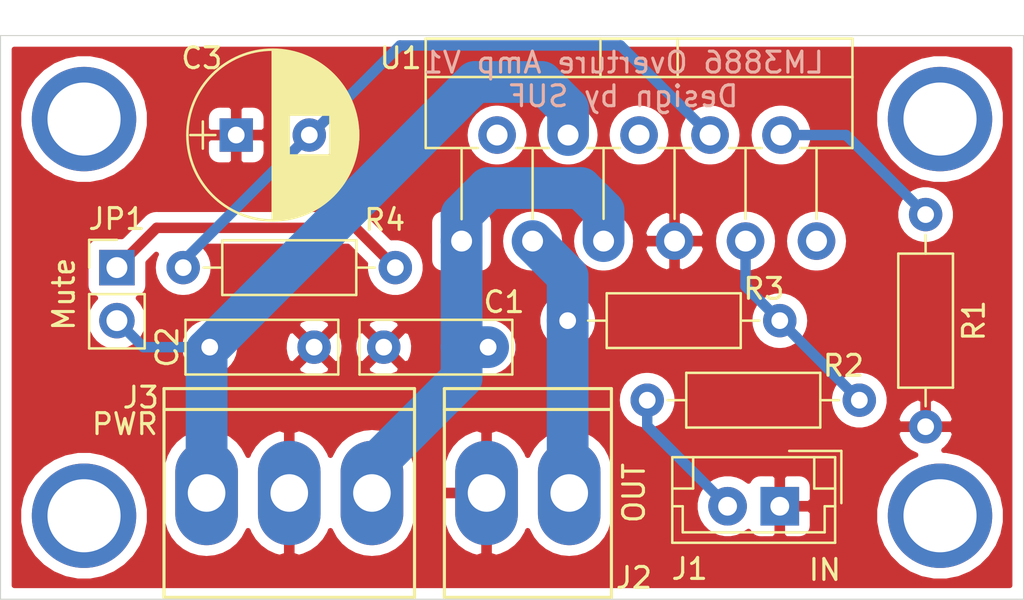
<source format=kicad_pcb>
(kicad_pcb (version 20171130) (host pcbnew "(5.1.2)-2")

  (general
    (thickness 1.6)
    (drawings 5)
    (tracks 40)
    (zones 0)
    (modules 16)
    (nets 13)
  )

  (page A4)
  (layers
    (0 F.Cu signal)
    (31 B.Cu signal)
    (32 B.Adhes user)
    (33 F.Adhes user)
    (34 B.Paste user)
    (35 F.Paste user)
    (36 B.SilkS user)
    (37 F.SilkS user)
    (38 B.Mask user)
    (39 F.Mask user)
    (40 Dwgs.User user)
    (41 Cmts.User user)
    (42 Eco1.User user)
    (43 Eco2.User user)
    (44 Edge.Cuts user)
    (45 Margin user)
    (46 B.CrtYd user)
    (47 F.CrtYd user)
    (48 B.Fab user)
    (49 F.Fab user)
  )

  (setup
    (last_trace_width 2)
    (user_trace_width 0.5)
    (user_trace_width 1)
    (user_trace_width 1.5)
    (user_trace_width 2)
    (user_trace_width 3)
    (trace_clearance 0.2)
    (zone_clearance 0.508)
    (zone_45_only no)
    (trace_min 0.2)
    (via_size 0.8)
    (via_drill 0.4)
    (via_min_size 0.4)
    (via_min_drill 0.3)
    (uvia_size 0.3)
    (uvia_drill 0.1)
    (uvias_allowed no)
    (uvia_min_size 0.2)
    (uvia_min_drill 0.1)
    (edge_width 0.05)
    (segment_width 0.2)
    (pcb_text_width 0.3)
    (pcb_text_size 1.5 1.5)
    (mod_edge_width 0.12)
    (mod_text_size 1 1)
    (mod_text_width 0.15)
    (pad_size 1.524 1.524)
    (pad_drill 0.762)
    (pad_to_mask_clearance 0.051)
    (solder_mask_min_width 0.25)
    (aux_axis_origin 0 0)
    (visible_elements FFFFFF7F)
    (pcbplotparams
      (layerselection 0x010fc_ffffffff)
      (usegerberextensions false)
      (usegerberattributes false)
      (usegerberadvancedattributes false)
      (creategerberjobfile false)
      (excludeedgelayer true)
      (linewidth 0.100000)
      (plotframeref false)
      (viasonmask false)
      (mode 1)
      (useauxorigin false)
      (hpglpennumber 1)
      (hpglpenspeed 20)
      (hpglpendiameter 15.000000)
      (psnegative false)
      (psa4output false)
      (plotreference true)
      (plotvalue true)
      (plotinvisibletext false)
      (padsonsilk false)
      (subtractmaskfromsilk false)
      (outputformat 1)
      (mirror false)
      (drillshape 1)
      (scaleselection 1)
      (outputdirectory ""))
  )

  (net 0 "")
  (net 1 VCC)
  (net 2 GND)
  (net 3 VEE)
  (net 4 "Net-(C3-Pad2)")
  (net 5 "Net-(J1-Pad2)")
  (net 6 "Net-(J2-Pad1)")
  (net 7 "Net-(JP1-Pad1)")
  (net 8 "Net-(R1-Pad1)")
  (net 9 "Net-(R2-Pad1)")
  (net 10 "Net-(U1-Pad11)")
  (net 11 "Net-(U1-Pad6)")
  (net 12 "Net-(U1-Pad2)")

  (net_class Default "This is the default net class."
    (clearance 0.2)
    (trace_width 0.25)
    (via_dia 0.8)
    (via_drill 0.4)
    (uvia_dia 0.3)
    (uvia_drill 0.1)
    (add_net GND)
    (add_net "Net-(C3-Pad2)")
    (add_net "Net-(J1-Pad2)")
    (add_net "Net-(J2-Pad1)")
    (add_net "Net-(JP1-Pad1)")
    (add_net "Net-(R1-Pad1)")
    (add_net "Net-(R2-Pad1)")
    (add_net "Net-(U1-Pad11)")
    (add_net "Net-(U1-Pad2)")
    (add_net "Net-(U1-Pad6)")
    (add_net VCC)
    (add_net VEE)
  )

  (module suf_connector_ncw:CONN_NCW396-03S (layer F.Cu) (tedit 5D997D90) (tstamp 5D981A5E)
    (at 36.83 41.91 180)
    (path /5D9B42E1)
    (fp_text reference J3 (at 7.112 4.572 180) (layer F.SilkS)
      (effects (font (size 1 1) (thickness 0.15)))
    )
    (fp_text value PWR (at 7.874 3.302 180) (layer F.SilkS)
      (effects (font (size 1 1) (thickness 0.15)))
    )
    (fp_line (start 6 5) (end -6 5) (layer F.SilkS) (width 0.15))
    (fp_line (start 6 -5) (end 6 5) (layer F.SilkS) (width 0.15))
    (fp_line (start -6 -5) (end 6 -5) (layer F.SilkS) (width 0.15))
    (fp_line (start -6 5) (end -6 -5) (layer F.SilkS) (width 0.15))
    (fp_line (start -6 4) (end 6 4) (layer F.SilkS) (width 0.15))
    (pad 2 thru_hole oval (at 0 0 180) (size 3 5) (drill 1.80086) (layers *.Cu *.Mask)
      (net 2 GND))
    (pad 1 thru_hole oval (at -3.96 0 180) (size 3 5) (drill 1.80086) (layers *.Cu *.Mask)
      (net 1 VCC))
    (pad 3 thru_hole oval (at 3.96 0 180) (size 3 5) (drill 1.80086) (layers *.Cu *.Mask)
      (net 3 VEE))
  )

  (module suf_mounting:MNT_HOLE_3.5S (layer F.Cu) (tedit 5D997CBB) (tstamp 5D982433)
    (at 27 43)
    (fp_text reference MNT_HOLE_3.5S (at 0 -6.35) (layer F.SilkS) hide
      (effects (font (size 1.524 1.524) (thickness 0.3048)))
    )
    (fp_text value Val** (at 0 0) (layer F.SilkS) hide
      (effects (font (size 1.524 1.524) (thickness 0.3048)))
    )
    (pad "" thru_hole circle (at 0 0) (size 5 5) (drill 3.5) (layers *.Cu *.Mask))
  )

  (module suf_mounting:MNT_HOLE_3.5S (layer F.Cu) (tedit 5D997CA3) (tstamp 5D982282)
    (at 27 24)
    (fp_text reference MNT_HOLE_3.5S (at 0 -6.35) (layer F.SilkS) hide
      (effects (font (size 1.524 1.524) (thickness 0.3048)))
    )
    (fp_text value Val** (at 0 0) (layer F.SilkS) hide
      (effects (font (size 1.524 1.524) (thickness 0.3048)))
    )
    (pad "" thru_hole circle (at 0 0) (size 5 5) (drill 3.5) (layers *.Cu *.Mask))
  )

  (module suf_mounting:MNT_HOLE_3.5S (layer F.Cu) (tedit 5D997C86) (tstamp 5D982424)
    (at 68 24)
    (fp_text reference MNT_HOLE_3.5S (at 0 -6.35) (layer F.SilkS) hide
      (effects (font (size 1.524 1.524) (thickness 0.3048)))
    )
    (fp_text value Val** (at 0 0) (layer F.SilkS) hide
      (effects (font (size 1.524 1.524) (thickness 0.3048)))
    )
    (pad "" thru_hole circle (at 0 0) (size 5 5) (drill 3.5) (layers *.Cu *.Mask))
  )

  (module suf_mounting:MNT_HOLE_3.5S (layer F.Cu) (tedit 5D997C58) (tstamp 5D98243B)
    (at 68 43)
    (fp_text reference MNT_HOLE_3.5S (at 0 -6.35) (layer F.SilkS) hide
      (effects (font (size 1.524 1.524) (thickness 0.3048)))
    )
    (fp_text value Val** (at 0 0) (layer F.SilkS) hide
      (effects (font (size 1.524 1.524) (thickness 0.3048)))
    )
    (pad "" thru_hole circle (at 0 0) (size 5 5) (drill 3.5) (layers *.Cu *.Mask))
  )

  (module suf_connector_ncw:CONN_NCW396-02S (layer F.Cu) (tedit 5D997C18) (tstamp 5D981960)
    (at 48.26 41.91 180)
    (path /5D9A649A)
    (fp_text reference J2 (at -5.08 -4.064 180) (layer F.SilkS)
      (effects (font (size 1 1) (thickness 0.15)))
    )
    (fp_text value OUT (at -5.08 0 270) (layer F.SilkS)
      (effects (font (size 1 1) (thickness 0.15)))
    )
    (fp_line (start 4 5) (end -4 5) (layer F.SilkS) (width 0.15))
    (fp_line (start 4 -5) (end 4 5) (layer F.SilkS) (width 0.15))
    (fp_line (start -4 -5) (end 4 -5) (layer F.SilkS) (width 0.15))
    (fp_line (start -4 5) (end -4 -5) (layer F.SilkS) (width 0.15))
    (fp_line (start -4 4) (end 4 4) (layer F.SilkS) (width 0.15))
    (pad 2 thru_hole oval (at 1.98 0 180) (size 3 5) (drill 1.80086) (layers *.Cu *.Mask)
      (net 2 GND))
    (pad 1 thru_hole oval (at -1.98 0 180) (size 3 5) (drill 1.80086) (layers *.Cu *.Mask)
      (net 6 "Net-(J2-Pad1)"))
  )

  (module Capacitors_ThroughHole:C_Rect_L7.2mm_W2.5mm_P5.00mm_FKS2_FKP2_MKS2_MKP2 (layer F.Cu) (tedit 597BC7C2) (tstamp 5D980E0D)
    (at 46.355 34.925 180)
    (descr "C, Rect series, Radial, pin pitch=5.00mm, , length*width=7.2*2.5mm^2, Capacitor, http://www.wima.com/EN/WIMA_FKS_2.pdf")
    (tags "C Rect series Radial pin pitch 5.00mm  length 7.2mm width 2.5mm Capacitor")
    (path /5D997D66)
    (fp_text reference C1 (at -0.762 2.159) (layer F.SilkS)
      (effects (font (size 1 1) (thickness 0.15)))
    )
    (fp_text value 1uF/63V (at 2.5 2.56) (layer F.Fab)
      (effects (font (size 1 1) (thickness 0.15)))
    )
    (fp_line (start -1.1 -1.25) (end -1.1 1.25) (layer F.Fab) (width 0.1))
    (fp_line (start -1.1 1.25) (end 6.1 1.25) (layer F.Fab) (width 0.1))
    (fp_line (start 6.1 1.25) (end 6.1 -1.25) (layer F.Fab) (width 0.1))
    (fp_line (start 6.1 -1.25) (end -1.1 -1.25) (layer F.Fab) (width 0.1))
    (fp_line (start -1.16 -1.31) (end 6.16 -1.31) (layer F.SilkS) (width 0.12))
    (fp_line (start -1.16 1.31) (end 6.16 1.31) (layer F.SilkS) (width 0.12))
    (fp_line (start -1.16 -1.31) (end -1.16 1.31) (layer F.SilkS) (width 0.12))
    (fp_line (start 6.16 -1.31) (end 6.16 1.31) (layer F.SilkS) (width 0.12))
    (fp_line (start -1.45 -1.6) (end -1.45 1.6) (layer F.CrtYd) (width 0.05))
    (fp_line (start -1.45 1.6) (end 6.45 1.6) (layer F.CrtYd) (width 0.05))
    (fp_line (start 6.45 1.6) (end 6.45 -1.6) (layer F.CrtYd) (width 0.05))
    (fp_line (start 6.45 -1.6) (end -1.45 -1.6) (layer F.CrtYd) (width 0.05))
    (fp_text user %R (at 2.5 0) (layer F.Fab)
      (effects (font (size 1 1) (thickness 0.15)))
    )
    (pad 1 thru_hole circle (at 0 0 180) (size 1.6 1.6) (drill 0.8) (layers *.Cu *.Mask)
      (net 1 VCC))
    (pad 2 thru_hole circle (at 5 0 180) (size 1.6 1.6) (drill 0.8) (layers *.Cu *.Mask)
      (net 2 GND))
    (model ${KISYS3DMOD}/Capacitors_THT.3dshapes/C_Rect_L7.2mm_W2.5mm_P5.00mm_FKS2_FKP2_MKS2_MKP2.wrl
      (at (xyz 0 0 0))
      (scale (xyz 1 1 1))
      (rotate (xyz 0 0 0))
    )
  )

  (module Capacitors_ThroughHole:C_Rect_L7.2mm_W2.5mm_P5.00mm_FKS2_FKP2_MKS2_MKP2 (layer F.Cu) (tedit 597BC7C2) (tstamp 5D980E20)
    (at 33.02 34.925)
    (descr "C, Rect series, Radial, pin pitch=5.00mm, , length*width=7.2*2.5mm^2, Capacitor, http://www.wima.com/EN/WIMA_FKS_2.pdf")
    (tags "C Rect series Radial pin pitch 5.00mm  length 7.2mm width 2.5mm Capacitor")
    (path /5D996F4A)
    (fp_text reference C2 (at -2.032 0 90) (layer F.SilkS)
      (effects (font (size 1 1) (thickness 0.15)))
    )
    (fp_text value 1uF/63V (at 2.5 2.56) (layer F.Fab)
      (effects (font (size 1 1) (thickness 0.15)))
    )
    (fp_text user %R (at 2.5 0) (layer F.Fab)
      (effects (font (size 1 1) (thickness 0.15)))
    )
    (fp_line (start 6.45 -1.6) (end -1.45 -1.6) (layer F.CrtYd) (width 0.05))
    (fp_line (start 6.45 1.6) (end 6.45 -1.6) (layer F.CrtYd) (width 0.05))
    (fp_line (start -1.45 1.6) (end 6.45 1.6) (layer F.CrtYd) (width 0.05))
    (fp_line (start -1.45 -1.6) (end -1.45 1.6) (layer F.CrtYd) (width 0.05))
    (fp_line (start 6.16 -1.31) (end 6.16 1.31) (layer F.SilkS) (width 0.12))
    (fp_line (start -1.16 -1.31) (end -1.16 1.31) (layer F.SilkS) (width 0.12))
    (fp_line (start -1.16 1.31) (end 6.16 1.31) (layer F.SilkS) (width 0.12))
    (fp_line (start -1.16 -1.31) (end 6.16 -1.31) (layer F.SilkS) (width 0.12))
    (fp_line (start 6.1 -1.25) (end -1.1 -1.25) (layer F.Fab) (width 0.1))
    (fp_line (start 6.1 1.25) (end 6.1 -1.25) (layer F.Fab) (width 0.1))
    (fp_line (start -1.1 1.25) (end 6.1 1.25) (layer F.Fab) (width 0.1))
    (fp_line (start -1.1 -1.25) (end -1.1 1.25) (layer F.Fab) (width 0.1))
    (pad 2 thru_hole circle (at 5 0) (size 1.6 1.6) (drill 0.8) (layers *.Cu *.Mask)
      (net 2 GND))
    (pad 1 thru_hole circle (at 0 0) (size 1.6 1.6) (drill 0.8) (layers *.Cu *.Mask)
      (net 3 VEE))
    (model ${KISYS3DMOD}/Capacitors_THT.3dshapes/C_Rect_L7.2mm_W2.5mm_P5.00mm_FKS2_FKP2_MKS2_MKP2.wrl
      (at (xyz 0 0 0))
      (scale (xyz 1 1 1))
      (rotate (xyz 0 0 0))
    )
  )

  (module Capacitors_ThroughHole:CP_Radial_D8.0mm_P3.50mm (layer F.Cu) (tedit 597BC7C2) (tstamp 5D980EC9)
    (at 34.29 24.765)
    (descr "CP, Radial series, Radial, pin pitch=3.50mm, , diameter=8mm, Electrolytic Capacitor")
    (tags "CP Radial series Radial pin pitch 3.50mm  diameter 8mm Electrolytic Capacitor")
    (path /5D99D7A9)
    (fp_text reference C3 (at -1.651 -3.683) (layer F.SilkS)
      (effects (font (size 1 1) (thickness 0.15)))
    )
    (fp_text value 100uF/50V (at 1.75 5.31) (layer F.Fab)
      (effects (font (size 1 1) (thickness 0.15)))
    )
    (fp_text user %R (at 1.75 0) (layer F.Fab)
      (effects (font (size 1 1) (thickness 0.15)))
    )
    (fp_line (start 6.1 -4.35) (end -2.6 -4.35) (layer F.CrtYd) (width 0.05))
    (fp_line (start 6.1 4.35) (end 6.1 -4.35) (layer F.CrtYd) (width 0.05))
    (fp_line (start -2.6 4.35) (end 6.1 4.35) (layer F.CrtYd) (width 0.05))
    (fp_line (start -2.6 -4.35) (end -2.6 4.35) (layer F.CrtYd) (width 0.05))
    (fp_line (start -1.6 -0.65) (end -1.6 0.65) (layer F.SilkS) (width 0.12))
    (fp_line (start -2.2 0) (end -1 0) (layer F.SilkS) (width 0.12))
    (fp_line (start 5.831 -0.246) (end 5.831 0.246) (layer F.SilkS) (width 0.12))
    (fp_line (start 5.791 -0.598) (end 5.791 0.598) (layer F.SilkS) (width 0.12))
    (fp_line (start 5.751 -0.814) (end 5.751 0.814) (layer F.SilkS) (width 0.12))
    (fp_line (start 5.711 -0.983) (end 5.711 0.983) (layer F.SilkS) (width 0.12))
    (fp_line (start 5.671 -1.127) (end 5.671 1.127) (layer F.SilkS) (width 0.12))
    (fp_line (start 5.631 -1.254) (end 5.631 1.254) (layer F.SilkS) (width 0.12))
    (fp_line (start 5.591 -1.369) (end 5.591 1.369) (layer F.SilkS) (width 0.12))
    (fp_line (start 5.551 -1.473) (end 5.551 1.473) (layer F.SilkS) (width 0.12))
    (fp_line (start 5.511 -1.57) (end 5.511 1.57) (layer F.SilkS) (width 0.12))
    (fp_line (start 5.471 -1.66) (end 5.471 1.66) (layer F.SilkS) (width 0.12))
    (fp_line (start 5.431 -1.745) (end 5.431 1.745) (layer F.SilkS) (width 0.12))
    (fp_line (start 5.391 -1.826) (end 5.391 1.826) (layer F.SilkS) (width 0.12))
    (fp_line (start 5.351 -1.902) (end 5.351 1.902) (layer F.SilkS) (width 0.12))
    (fp_line (start 5.311 -1.974) (end 5.311 1.974) (layer F.SilkS) (width 0.12))
    (fp_line (start 5.271 -2.043) (end 5.271 2.043) (layer F.SilkS) (width 0.12))
    (fp_line (start 5.231 -2.109) (end 5.231 2.109) (layer F.SilkS) (width 0.12))
    (fp_line (start 5.191 -2.173) (end 5.191 2.173) (layer F.SilkS) (width 0.12))
    (fp_line (start 5.151 -2.234) (end 5.151 2.234) (layer F.SilkS) (width 0.12))
    (fp_line (start 5.111 -2.293) (end 5.111 2.293) (layer F.SilkS) (width 0.12))
    (fp_line (start 5.071 -2.349) (end 5.071 2.349) (layer F.SilkS) (width 0.12))
    (fp_line (start 5.031 -2.404) (end 5.031 2.404) (layer F.SilkS) (width 0.12))
    (fp_line (start 4.991 -2.457) (end 4.991 2.457) (layer F.SilkS) (width 0.12))
    (fp_line (start 4.951 -2.508) (end 4.951 2.508) (layer F.SilkS) (width 0.12))
    (fp_line (start 4.911 -2.557) (end 4.911 2.557) (layer F.SilkS) (width 0.12))
    (fp_line (start 4.871 -2.605) (end 4.871 2.605) (layer F.SilkS) (width 0.12))
    (fp_line (start 4.831 -2.652) (end 4.831 2.652) (layer F.SilkS) (width 0.12))
    (fp_line (start 4.791 -2.697) (end 4.791 2.697) (layer F.SilkS) (width 0.12))
    (fp_line (start 4.751 -2.74) (end 4.751 2.74) (layer F.SilkS) (width 0.12))
    (fp_line (start 4.711 -2.783) (end 4.711 2.783) (layer F.SilkS) (width 0.12))
    (fp_line (start 4.671 -2.824) (end 4.671 2.824) (layer F.SilkS) (width 0.12))
    (fp_line (start 4.631 -2.865) (end 4.631 2.865) (layer F.SilkS) (width 0.12))
    (fp_line (start 4.591 -2.904) (end 4.591 2.904) (layer F.SilkS) (width 0.12))
    (fp_line (start 4.551 -2.942) (end 4.551 2.942) (layer F.SilkS) (width 0.12))
    (fp_line (start 4.511 -2.979) (end 4.511 2.979) (layer F.SilkS) (width 0.12))
    (fp_line (start 4.471 0.98) (end 4.471 3.015) (layer F.SilkS) (width 0.12))
    (fp_line (start 4.471 -3.015) (end 4.471 -0.98) (layer F.SilkS) (width 0.12))
    (fp_line (start 4.431 0.98) (end 4.431 3.05) (layer F.SilkS) (width 0.12))
    (fp_line (start 4.431 -3.05) (end 4.431 -0.98) (layer F.SilkS) (width 0.12))
    (fp_line (start 4.391 0.98) (end 4.391 3.084) (layer F.SilkS) (width 0.12))
    (fp_line (start 4.391 -3.084) (end 4.391 -0.98) (layer F.SilkS) (width 0.12))
    (fp_line (start 4.351 0.98) (end 4.351 3.118) (layer F.SilkS) (width 0.12))
    (fp_line (start 4.351 -3.118) (end 4.351 -0.98) (layer F.SilkS) (width 0.12))
    (fp_line (start 4.311 0.98) (end 4.311 3.15) (layer F.SilkS) (width 0.12))
    (fp_line (start 4.311 -3.15) (end 4.311 -0.98) (layer F.SilkS) (width 0.12))
    (fp_line (start 4.271 0.98) (end 4.271 3.182) (layer F.SilkS) (width 0.12))
    (fp_line (start 4.271 -3.182) (end 4.271 -0.98) (layer F.SilkS) (width 0.12))
    (fp_line (start 4.231 0.98) (end 4.231 3.213) (layer F.SilkS) (width 0.12))
    (fp_line (start 4.231 -3.213) (end 4.231 -0.98) (layer F.SilkS) (width 0.12))
    (fp_line (start 4.191 0.98) (end 4.191 3.243) (layer F.SilkS) (width 0.12))
    (fp_line (start 4.191 -3.243) (end 4.191 -0.98) (layer F.SilkS) (width 0.12))
    (fp_line (start 4.151 0.98) (end 4.151 3.272) (layer F.SilkS) (width 0.12))
    (fp_line (start 4.151 -3.272) (end 4.151 -0.98) (layer F.SilkS) (width 0.12))
    (fp_line (start 4.111 0.98) (end 4.111 3.301) (layer F.SilkS) (width 0.12))
    (fp_line (start 4.111 -3.301) (end 4.111 -0.98) (layer F.SilkS) (width 0.12))
    (fp_line (start 4.071 0.98) (end 4.071 3.329) (layer F.SilkS) (width 0.12))
    (fp_line (start 4.071 -3.329) (end 4.071 -0.98) (layer F.SilkS) (width 0.12))
    (fp_line (start 4.031 0.98) (end 4.031 3.356) (layer F.SilkS) (width 0.12))
    (fp_line (start 4.031 -3.356) (end 4.031 -0.98) (layer F.SilkS) (width 0.12))
    (fp_line (start 3.991 0.98) (end 3.991 3.383) (layer F.SilkS) (width 0.12))
    (fp_line (start 3.991 -3.383) (end 3.991 -0.98) (layer F.SilkS) (width 0.12))
    (fp_line (start 3.951 0.98) (end 3.951 3.408) (layer F.SilkS) (width 0.12))
    (fp_line (start 3.951 -3.408) (end 3.951 -0.98) (layer F.SilkS) (width 0.12))
    (fp_line (start 3.911 0.98) (end 3.911 3.434) (layer F.SilkS) (width 0.12))
    (fp_line (start 3.911 -3.434) (end 3.911 -0.98) (layer F.SilkS) (width 0.12))
    (fp_line (start 3.871 0.98) (end 3.871 3.458) (layer F.SilkS) (width 0.12))
    (fp_line (start 3.871 -3.458) (end 3.871 -0.98) (layer F.SilkS) (width 0.12))
    (fp_line (start 3.831 0.98) (end 3.831 3.482) (layer F.SilkS) (width 0.12))
    (fp_line (start 3.831 -3.482) (end 3.831 -0.98) (layer F.SilkS) (width 0.12))
    (fp_line (start 3.791 0.98) (end 3.791 3.505) (layer F.SilkS) (width 0.12))
    (fp_line (start 3.791 -3.505) (end 3.791 -0.98) (layer F.SilkS) (width 0.12))
    (fp_line (start 3.751 0.98) (end 3.751 3.528) (layer F.SilkS) (width 0.12))
    (fp_line (start 3.751 -3.528) (end 3.751 -0.98) (layer F.SilkS) (width 0.12))
    (fp_line (start 3.711 0.98) (end 3.711 3.55) (layer F.SilkS) (width 0.12))
    (fp_line (start 3.711 -3.55) (end 3.711 -0.98) (layer F.SilkS) (width 0.12))
    (fp_line (start 3.671 0.98) (end 3.671 3.572) (layer F.SilkS) (width 0.12))
    (fp_line (start 3.671 -3.572) (end 3.671 -0.98) (layer F.SilkS) (width 0.12))
    (fp_line (start 3.631 0.98) (end 3.631 3.593) (layer F.SilkS) (width 0.12))
    (fp_line (start 3.631 -3.593) (end 3.631 -0.98) (layer F.SilkS) (width 0.12))
    (fp_line (start 3.591 0.98) (end 3.591 3.613) (layer F.SilkS) (width 0.12))
    (fp_line (start 3.591 -3.613) (end 3.591 -0.98) (layer F.SilkS) (width 0.12))
    (fp_line (start 3.551 0.98) (end 3.551 3.633) (layer F.SilkS) (width 0.12))
    (fp_line (start 3.551 -3.633) (end 3.551 -0.98) (layer F.SilkS) (width 0.12))
    (fp_line (start 3.511 0.98) (end 3.511 3.652) (layer F.SilkS) (width 0.12))
    (fp_line (start 3.511 -3.652) (end 3.511 -0.98) (layer F.SilkS) (width 0.12))
    (fp_line (start 3.471 0.98) (end 3.471 3.671) (layer F.SilkS) (width 0.12))
    (fp_line (start 3.471 -3.671) (end 3.471 -0.98) (layer F.SilkS) (width 0.12))
    (fp_line (start 3.431 0.98) (end 3.431 3.69) (layer F.SilkS) (width 0.12))
    (fp_line (start 3.431 -3.69) (end 3.431 -0.98) (layer F.SilkS) (width 0.12))
    (fp_line (start 3.391 0.98) (end 3.391 3.707) (layer F.SilkS) (width 0.12))
    (fp_line (start 3.391 -3.707) (end 3.391 -0.98) (layer F.SilkS) (width 0.12))
    (fp_line (start 3.351 0.98) (end 3.351 3.725) (layer F.SilkS) (width 0.12))
    (fp_line (start 3.351 -3.725) (end 3.351 -0.98) (layer F.SilkS) (width 0.12))
    (fp_line (start 3.311 0.98) (end 3.311 3.741) (layer F.SilkS) (width 0.12))
    (fp_line (start 3.311 -3.741) (end 3.311 -0.98) (layer F.SilkS) (width 0.12))
    (fp_line (start 3.271 0.98) (end 3.271 3.758) (layer F.SilkS) (width 0.12))
    (fp_line (start 3.271 -3.758) (end 3.271 -0.98) (layer F.SilkS) (width 0.12))
    (fp_line (start 3.231 0.98) (end 3.231 3.773) (layer F.SilkS) (width 0.12))
    (fp_line (start 3.231 -3.773) (end 3.231 -0.98) (layer F.SilkS) (width 0.12))
    (fp_line (start 3.191 0.98) (end 3.191 3.789) (layer F.SilkS) (width 0.12))
    (fp_line (start 3.191 -3.789) (end 3.191 -0.98) (layer F.SilkS) (width 0.12))
    (fp_line (start 3.151 0.98) (end 3.151 3.803) (layer F.SilkS) (width 0.12))
    (fp_line (start 3.151 -3.803) (end 3.151 -0.98) (layer F.SilkS) (width 0.12))
    (fp_line (start 3.111 0.98) (end 3.111 3.818) (layer F.SilkS) (width 0.12))
    (fp_line (start 3.111 -3.818) (end 3.111 -0.98) (layer F.SilkS) (width 0.12))
    (fp_line (start 3.071 0.98) (end 3.071 3.832) (layer F.SilkS) (width 0.12))
    (fp_line (start 3.071 -3.832) (end 3.071 -0.98) (layer F.SilkS) (width 0.12))
    (fp_line (start 3.031 0.98) (end 3.031 3.845) (layer F.SilkS) (width 0.12))
    (fp_line (start 3.031 -3.845) (end 3.031 -0.98) (layer F.SilkS) (width 0.12))
    (fp_line (start 2.991 0.98) (end 2.991 3.858) (layer F.SilkS) (width 0.12))
    (fp_line (start 2.991 -3.858) (end 2.991 -0.98) (layer F.SilkS) (width 0.12))
    (fp_line (start 2.951 0.98) (end 2.951 3.87) (layer F.SilkS) (width 0.12))
    (fp_line (start 2.951 -3.87) (end 2.951 -0.98) (layer F.SilkS) (width 0.12))
    (fp_line (start 2.911 0.98) (end 2.911 3.883) (layer F.SilkS) (width 0.12))
    (fp_line (start 2.911 -3.883) (end 2.911 -0.98) (layer F.SilkS) (width 0.12))
    (fp_line (start 2.871 0.98) (end 2.871 3.894) (layer F.SilkS) (width 0.12))
    (fp_line (start 2.871 -3.894) (end 2.871 -0.98) (layer F.SilkS) (width 0.12))
    (fp_line (start 2.831 0.98) (end 2.831 3.905) (layer F.SilkS) (width 0.12))
    (fp_line (start 2.831 -3.905) (end 2.831 -0.98) (layer F.SilkS) (width 0.12))
    (fp_line (start 2.791 0.98) (end 2.791 3.916) (layer F.SilkS) (width 0.12))
    (fp_line (start 2.791 -3.916) (end 2.791 -0.98) (layer F.SilkS) (width 0.12))
    (fp_line (start 2.751 0.98) (end 2.751 3.926) (layer F.SilkS) (width 0.12))
    (fp_line (start 2.751 -3.926) (end 2.751 -0.98) (layer F.SilkS) (width 0.12))
    (fp_line (start 2.711 0.98) (end 2.711 3.936) (layer F.SilkS) (width 0.12))
    (fp_line (start 2.711 -3.936) (end 2.711 -0.98) (layer F.SilkS) (width 0.12))
    (fp_line (start 2.671 0.98) (end 2.671 3.946) (layer F.SilkS) (width 0.12))
    (fp_line (start 2.671 -3.946) (end 2.671 -0.98) (layer F.SilkS) (width 0.12))
    (fp_line (start 2.631 0.98) (end 2.631 3.955) (layer F.SilkS) (width 0.12))
    (fp_line (start 2.631 -3.955) (end 2.631 -0.98) (layer F.SilkS) (width 0.12))
    (fp_line (start 2.591 0.98) (end 2.591 3.963) (layer F.SilkS) (width 0.12))
    (fp_line (start 2.591 -3.963) (end 2.591 -0.98) (layer F.SilkS) (width 0.12))
    (fp_line (start 2.551 0.98) (end 2.551 3.971) (layer F.SilkS) (width 0.12))
    (fp_line (start 2.551 -3.971) (end 2.551 -0.98) (layer F.SilkS) (width 0.12))
    (fp_line (start 2.511 -3.979) (end 2.511 3.979) (layer F.SilkS) (width 0.12))
    (fp_line (start 2.471 -3.987) (end 2.471 3.987) (layer F.SilkS) (width 0.12))
    (fp_line (start 2.43 -3.994) (end 2.43 3.994) (layer F.SilkS) (width 0.12))
    (fp_line (start 2.39 -4) (end 2.39 4) (layer F.SilkS) (width 0.12))
    (fp_line (start 2.35 -4.006) (end 2.35 4.006) (layer F.SilkS) (width 0.12))
    (fp_line (start 2.31 -4.012) (end 2.31 4.012) (layer F.SilkS) (width 0.12))
    (fp_line (start 2.27 -4.017) (end 2.27 4.017) (layer F.SilkS) (width 0.12))
    (fp_line (start 2.23 -4.022) (end 2.23 4.022) (layer F.SilkS) (width 0.12))
    (fp_line (start 2.19 -4.027) (end 2.19 4.027) (layer F.SilkS) (width 0.12))
    (fp_line (start 2.15 -4.031) (end 2.15 4.031) (layer F.SilkS) (width 0.12))
    (fp_line (start 2.11 -4.035) (end 2.11 4.035) (layer F.SilkS) (width 0.12))
    (fp_line (start 2.07 -4.038) (end 2.07 4.038) (layer F.SilkS) (width 0.12))
    (fp_line (start 2.03 -4.041) (end 2.03 4.041) (layer F.SilkS) (width 0.12))
    (fp_line (start 1.99 -4.043) (end 1.99 4.043) (layer F.SilkS) (width 0.12))
    (fp_line (start 1.95 -4.046) (end 1.95 4.046) (layer F.SilkS) (width 0.12))
    (fp_line (start 1.91 -4.047) (end 1.91 4.047) (layer F.SilkS) (width 0.12))
    (fp_line (start 1.87 -4.049) (end 1.87 4.049) (layer F.SilkS) (width 0.12))
    (fp_line (start 1.83 -4.05) (end 1.83 4.05) (layer F.SilkS) (width 0.12))
    (fp_line (start 1.79 -4.05) (end 1.79 4.05) (layer F.SilkS) (width 0.12))
    (fp_line (start 1.75 -4.05) (end 1.75 4.05) (layer F.SilkS) (width 0.12))
    (fp_line (start -1.6 -0.65) (end -1.6 0.65) (layer F.Fab) (width 0.1))
    (fp_line (start -2.2 0) (end -1 0) (layer F.Fab) (width 0.1))
    (fp_circle (center 1.75 0) (end 5.84 0) (layer F.SilkS) (width 0.12))
    (fp_circle (center 1.75 0) (end 5.75 0) (layer F.Fab) (width 0.1))
    (pad 2 thru_hole circle (at 3.5 0) (size 1.6 1.6) (drill 0.8) (layers *.Cu *.Mask)
      (net 4 "Net-(C3-Pad2)"))
    (pad 1 thru_hole rect (at 0 0) (size 1.6 1.6) (drill 0.8) (layers *.Cu *.Mask)
      (net 2 GND))
    (model ${KISYS3DMOD}/Capacitors_THT.3dshapes/CP_Radial_D8.0mm_P3.50mm.wrl
      (at (xyz 0 0 0))
      (scale (xyz 1 1 1))
      (rotate (xyz 0 0 0))
    )
  )

  (module Connectors_JST:JST_EH_B02B-EH-A_02x2.50mm_Straight (layer F.Cu) (tedit 58A3B0B5) (tstamp 5D980EE9)
    (at 60.325 42.545 180)
    (descr "JST EH series connector, B02B-EH-A, 2.50mm pitch, top entry")
    (tags "connector jst eh top vertical straight")
    (path /5D9A6D64)
    (fp_text reference J1 (at 4.318 -3) (layer F.SilkS)
      (effects (font (size 1 1) (thickness 0.15)))
    )
    (fp_text value IN (at -2.159 -3.048) (layer F.SilkS)
      (effects (font (size 1 1) (thickness 0.15)))
    )
    (fp_line (start 5.65 -2.25) (end -3.15 -2.25) (layer F.CrtYd) (width 0.05))
    (fp_line (start 5.65 2.85) (end 5.65 -2.25) (layer F.CrtYd) (width 0.05))
    (fp_line (start -3.15 2.85) (end 5.65 2.85) (layer F.CrtYd) (width 0.05))
    (fp_line (start -3.15 -2.25) (end -3.15 2.85) (layer F.CrtYd) (width 0.05))
    (fp_line (start -2.95 2.65) (end -0.45 2.65) (layer F.Fab) (width 0.1))
    (fp_line (start -2.95 0.15) (end -2.95 2.65) (layer F.Fab) (width 0.1))
    (fp_line (start -2.95 2.65) (end -0.45 2.65) (layer F.SilkS) (width 0.12))
    (fp_line (start -2.95 0.15) (end -2.95 2.65) (layer F.SilkS) (width 0.12))
    (fp_line (start 4.15 0.85) (end 4.15 2.35) (layer F.SilkS) (width 0.12))
    (fp_line (start 5.15 0.85) (end 4.15 0.85) (layer F.SilkS) (width 0.12))
    (fp_line (start -1.65 0.85) (end -1.65 2.35) (layer F.SilkS) (width 0.12))
    (fp_line (start -2.65 0.85) (end -1.65 0.85) (layer F.SilkS) (width 0.12))
    (fp_line (start 4.65 0) (end 5.15 0) (layer F.SilkS) (width 0.12))
    (fp_line (start 4.65 -1.25) (end 4.65 0) (layer F.SilkS) (width 0.12))
    (fp_line (start -2.15 -1.25) (end 4.65 -1.25) (layer F.SilkS) (width 0.12))
    (fp_line (start -2.15 0) (end -2.15 -1.25) (layer F.SilkS) (width 0.12))
    (fp_line (start -2.65 0) (end -2.15 0) (layer F.SilkS) (width 0.12))
    (fp_line (start 5.15 -1.75) (end -2.65 -1.75) (layer F.SilkS) (width 0.12))
    (fp_line (start 5.15 2.35) (end 5.15 -1.75) (layer F.SilkS) (width 0.12))
    (fp_line (start -2.65 2.35) (end 5.15 2.35) (layer F.SilkS) (width 0.12))
    (fp_line (start -2.65 -1.75) (end -2.65 2.35) (layer F.SilkS) (width 0.12))
    (fp_line (start 5 -1.6) (end -2.5 -1.6) (layer F.Fab) (width 0.1))
    (fp_line (start 5 2.2) (end 5 -1.6) (layer F.Fab) (width 0.1))
    (fp_line (start -2.5 2.2) (end 5 2.2) (layer F.Fab) (width 0.1))
    (fp_line (start -2.5 -1.6) (end -2.5 2.2) (layer F.Fab) (width 0.1))
    (fp_text user %R (at 1.25 -3) (layer F.Fab)
      (effects (font (size 1 1) (thickness 0.15)))
    )
    (pad 2 thru_hole circle (at 2.5 0 180) (size 1.85 1.85) (drill 0.9) (layers *.Cu *.Mask)
      (net 5 "Net-(J1-Pad2)"))
    (pad 1 thru_hole rect (at 0 0 180) (size 1.85 1.85) (drill 0.9) (layers *.Cu *.Mask)
      (net 2 GND))
    (model Connectors_JST.3dshapes/JST_EH_B02B-EH-A_02x2.50mm_Straight.wrl
      (at (xyz 0 0 0))
      (scale (xyz 1 1 1))
      (rotate (xyz 0 0 0))
    )
  )

  (module Pin_Headers:Pin_Header_Straight_1x02_Pitch2.54mm (layer F.Cu) (tedit 59650532) (tstamp 5D980F0A)
    (at 28.575 31.115)
    (descr "Through hole straight pin header, 1x02, 2.54mm pitch, single row")
    (tags "Through hole pin header THT 1x02 2.54mm single row")
    (path /5D9A09B4)
    (fp_text reference JP1 (at 0 -2.33) (layer F.SilkS)
      (effects (font (size 1 1) (thickness 0.15)))
    )
    (fp_text value Mute (at -2.54 1.27 90) (layer F.SilkS)
      (effects (font (size 1 1) (thickness 0.15)))
    )
    (fp_text user %R (at 0 1.27 90) (layer F.Fab)
      (effects (font (size 1 1) (thickness 0.15)))
    )
    (fp_line (start 1.8 -1.8) (end -1.8 -1.8) (layer F.CrtYd) (width 0.05))
    (fp_line (start 1.8 4.35) (end 1.8 -1.8) (layer F.CrtYd) (width 0.05))
    (fp_line (start -1.8 4.35) (end 1.8 4.35) (layer F.CrtYd) (width 0.05))
    (fp_line (start -1.8 -1.8) (end -1.8 4.35) (layer F.CrtYd) (width 0.05))
    (fp_line (start -1.33 -1.33) (end 0 -1.33) (layer F.SilkS) (width 0.12))
    (fp_line (start -1.33 0) (end -1.33 -1.33) (layer F.SilkS) (width 0.12))
    (fp_line (start -1.33 1.27) (end 1.33 1.27) (layer F.SilkS) (width 0.12))
    (fp_line (start 1.33 1.27) (end 1.33 3.87) (layer F.SilkS) (width 0.12))
    (fp_line (start -1.33 1.27) (end -1.33 3.87) (layer F.SilkS) (width 0.12))
    (fp_line (start -1.33 3.87) (end 1.33 3.87) (layer F.SilkS) (width 0.12))
    (fp_line (start -1.27 -0.635) (end -0.635 -1.27) (layer F.Fab) (width 0.1))
    (fp_line (start -1.27 3.81) (end -1.27 -0.635) (layer F.Fab) (width 0.1))
    (fp_line (start 1.27 3.81) (end -1.27 3.81) (layer F.Fab) (width 0.1))
    (fp_line (start 1.27 -1.27) (end 1.27 3.81) (layer F.Fab) (width 0.1))
    (fp_line (start -0.635 -1.27) (end 1.27 -1.27) (layer F.Fab) (width 0.1))
    (pad 2 thru_hole oval (at 0 2.54) (size 1.7 1.7) (drill 1) (layers *.Cu *.Mask)
      (net 3 VEE))
    (pad 1 thru_hole rect (at 0 0) (size 1.7 1.7) (drill 1) (layers *.Cu *.Mask)
      (net 7 "Net-(JP1-Pad1)"))
    (model ${KISYS3DMOD}/Pin_Headers.3dshapes/Pin_Header_Straight_1x02_Pitch2.54mm.wrl
      (at (xyz 0 0 0))
      (scale (xyz 1 1 1))
      (rotate (xyz 0 0 0))
    )
  )

  (module Resistors_ThroughHole:R_Axial_DIN0207_L6.3mm_D2.5mm_P10.16mm_Horizontal (layer F.Cu) (tedit 5874F706) (tstamp 5D980F20)
    (at 67.31 28.575 270)
    (descr "Resistor, Axial_DIN0207 series, Axial, Horizontal, pin pitch=10.16mm, 0.25W = 1/4W, length*diameter=6.3*2.5mm^2, http://cdn-reichelt.de/documents/datenblatt/B400/1_4W%23YAG.pdf")
    (tags "Resistor Axial_DIN0207 series Axial Horizontal pin pitch 10.16mm 0.25W = 1/4W length 6.3mm diameter 2.5mm")
    (path /5D99C5DB)
    (fp_text reference R1 (at 5.08 -2.31 90) (layer F.SilkS)
      (effects (font (size 1 1) (thickness 0.15)))
    )
    (fp_text value 10K (at 5.08 2.31 90) (layer F.Fab)
      (effects (font (size 1 1) (thickness 0.15)))
    )
    (fp_line (start 11.25 -1.6) (end -1.05 -1.6) (layer F.CrtYd) (width 0.05))
    (fp_line (start 11.25 1.6) (end 11.25 -1.6) (layer F.CrtYd) (width 0.05))
    (fp_line (start -1.05 1.6) (end 11.25 1.6) (layer F.CrtYd) (width 0.05))
    (fp_line (start -1.05 -1.6) (end -1.05 1.6) (layer F.CrtYd) (width 0.05))
    (fp_line (start 9.18 0) (end 8.29 0) (layer F.SilkS) (width 0.12))
    (fp_line (start 0.98 0) (end 1.87 0) (layer F.SilkS) (width 0.12))
    (fp_line (start 8.29 -1.31) (end 1.87 -1.31) (layer F.SilkS) (width 0.12))
    (fp_line (start 8.29 1.31) (end 8.29 -1.31) (layer F.SilkS) (width 0.12))
    (fp_line (start 1.87 1.31) (end 8.29 1.31) (layer F.SilkS) (width 0.12))
    (fp_line (start 1.87 -1.31) (end 1.87 1.31) (layer F.SilkS) (width 0.12))
    (fp_line (start 10.16 0) (end 8.23 0) (layer F.Fab) (width 0.1))
    (fp_line (start 0 0) (end 1.93 0) (layer F.Fab) (width 0.1))
    (fp_line (start 8.23 -1.25) (end 1.93 -1.25) (layer F.Fab) (width 0.1))
    (fp_line (start 8.23 1.25) (end 8.23 -1.25) (layer F.Fab) (width 0.1))
    (fp_line (start 1.93 1.25) (end 8.23 1.25) (layer F.Fab) (width 0.1))
    (fp_line (start 1.93 -1.25) (end 1.93 1.25) (layer F.Fab) (width 0.1))
    (pad 2 thru_hole oval (at 10.16 0 270) (size 1.6 1.6) (drill 0.8) (layers *.Cu *.Mask)
      (net 2 GND))
    (pad 1 thru_hole circle (at 0 0 270) (size 1.6 1.6) (drill 0.8) (layers *.Cu *.Mask)
      (net 8 "Net-(R1-Pad1)"))
    (model ${KISYS3DMOD}/Resistors_THT.3dshapes/R_Axial_DIN0207_L6.3mm_D2.5mm_P10.16mm_Horizontal.wrl
      (at (xyz 0 0 0))
      (scale (xyz 0.393701 0.393701 0.393701))
      (rotate (xyz 0 0 0))
    )
  )

  (module Resistors_ThroughHole:R_Axial_DIN0207_L6.3mm_D2.5mm_P10.16mm_Horizontal (layer F.Cu) (tedit 5874F706) (tstamp 5D981E32)
    (at 64.135 37.465 180)
    (descr "Resistor, Axial_DIN0207 series, Axial, Horizontal, pin pitch=10.16mm, 0.25W = 1/4W, length*diameter=6.3*2.5mm^2, http://cdn-reichelt.de/documents/datenblatt/B400/1_4W%23YAG.pdf")
    (tags "Resistor Axial_DIN0207 series Axial Horizontal pin pitch 10.16mm 0.25W = 1/4W length 6.3mm diameter 2.5mm")
    (path /5D99B6DD)
    (fp_text reference R2 (at 0.762 1.651) (layer F.SilkS)
      (effects (font (size 1 1) (thickness 0.15)))
    )
    (fp_text value 10K (at 5.08 2.31) (layer F.Fab)
      (effects (font (size 1 1) (thickness 0.15)))
    )
    (fp_line (start 1.93 -1.25) (end 1.93 1.25) (layer F.Fab) (width 0.1))
    (fp_line (start 1.93 1.25) (end 8.23 1.25) (layer F.Fab) (width 0.1))
    (fp_line (start 8.23 1.25) (end 8.23 -1.25) (layer F.Fab) (width 0.1))
    (fp_line (start 8.23 -1.25) (end 1.93 -1.25) (layer F.Fab) (width 0.1))
    (fp_line (start 0 0) (end 1.93 0) (layer F.Fab) (width 0.1))
    (fp_line (start 10.16 0) (end 8.23 0) (layer F.Fab) (width 0.1))
    (fp_line (start 1.87 -1.31) (end 1.87 1.31) (layer F.SilkS) (width 0.12))
    (fp_line (start 1.87 1.31) (end 8.29 1.31) (layer F.SilkS) (width 0.12))
    (fp_line (start 8.29 1.31) (end 8.29 -1.31) (layer F.SilkS) (width 0.12))
    (fp_line (start 8.29 -1.31) (end 1.87 -1.31) (layer F.SilkS) (width 0.12))
    (fp_line (start 0.98 0) (end 1.87 0) (layer F.SilkS) (width 0.12))
    (fp_line (start 9.18 0) (end 8.29 0) (layer F.SilkS) (width 0.12))
    (fp_line (start -1.05 -1.6) (end -1.05 1.6) (layer F.CrtYd) (width 0.05))
    (fp_line (start -1.05 1.6) (end 11.25 1.6) (layer F.CrtYd) (width 0.05))
    (fp_line (start 11.25 1.6) (end 11.25 -1.6) (layer F.CrtYd) (width 0.05))
    (fp_line (start 11.25 -1.6) (end -1.05 -1.6) (layer F.CrtYd) (width 0.05))
    (pad 1 thru_hole circle (at 0 0 180) (size 1.6 1.6) (drill 0.8) (layers *.Cu *.Mask)
      (net 9 "Net-(R2-Pad1)"))
    (pad 2 thru_hole oval (at 10.16 0 180) (size 1.6 1.6) (drill 0.8) (layers *.Cu *.Mask)
      (net 5 "Net-(J1-Pad2)"))
    (model ${KISYS3DMOD}/Resistors_THT.3dshapes/R_Axial_DIN0207_L6.3mm_D2.5mm_P10.16mm_Horizontal.wrl
      (at (xyz 0 0 0))
      (scale (xyz 0.393701 0.393701 0.393701))
      (rotate (xyz 0 0 0))
    )
  )

  (module Resistors_ThroughHole:R_Axial_DIN0207_L6.3mm_D2.5mm_P10.16mm_Horizontal (layer F.Cu) (tedit 5874F706) (tstamp 5D981BA0)
    (at 50.165 33.655)
    (descr "Resistor, Axial_DIN0207 series, Axial, Horizontal, pin pitch=10.16mm, 0.25W = 1/4W, length*diameter=6.3*2.5mm^2, http://cdn-reichelt.de/documents/datenblatt/B400/1_4W%23YAG.pdf")
    (tags "Resistor Axial_DIN0207 series Axial Horizontal pin pitch 10.16mm 0.25W = 1/4W length 6.3mm diameter 2.5mm")
    (path /5D99A1D3)
    (fp_text reference R3 (at 9.398 -1.524) (layer F.SilkS)
      (effects (font (size 1 1) (thickness 0.15)))
    )
    (fp_text value 200K (at 5.08 2.31) (layer F.Fab)
      (effects (font (size 1 1) (thickness 0.15)))
    )
    (fp_line (start 11.25 -1.6) (end -1.05 -1.6) (layer F.CrtYd) (width 0.05))
    (fp_line (start 11.25 1.6) (end 11.25 -1.6) (layer F.CrtYd) (width 0.05))
    (fp_line (start -1.05 1.6) (end 11.25 1.6) (layer F.CrtYd) (width 0.05))
    (fp_line (start -1.05 -1.6) (end -1.05 1.6) (layer F.CrtYd) (width 0.05))
    (fp_line (start 9.18 0) (end 8.29 0) (layer F.SilkS) (width 0.12))
    (fp_line (start 0.98 0) (end 1.87 0) (layer F.SilkS) (width 0.12))
    (fp_line (start 8.29 -1.31) (end 1.87 -1.31) (layer F.SilkS) (width 0.12))
    (fp_line (start 8.29 1.31) (end 8.29 -1.31) (layer F.SilkS) (width 0.12))
    (fp_line (start 1.87 1.31) (end 8.29 1.31) (layer F.SilkS) (width 0.12))
    (fp_line (start 1.87 -1.31) (end 1.87 1.31) (layer F.SilkS) (width 0.12))
    (fp_line (start 10.16 0) (end 8.23 0) (layer F.Fab) (width 0.1))
    (fp_line (start 0 0) (end 1.93 0) (layer F.Fab) (width 0.1))
    (fp_line (start 8.23 -1.25) (end 1.93 -1.25) (layer F.Fab) (width 0.1))
    (fp_line (start 8.23 1.25) (end 8.23 -1.25) (layer F.Fab) (width 0.1))
    (fp_line (start 1.93 1.25) (end 8.23 1.25) (layer F.Fab) (width 0.1))
    (fp_line (start 1.93 -1.25) (end 1.93 1.25) (layer F.Fab) (width 0.1))
    (pad 2 thru_hole oval (at 10.16 0) (size 1.6 1.6) (drill 0.8) (layers *.Cu *.Mask)
      (net 9 "Net-(R2-Pad1)"))
    (pad 1 thru_hole circle (at 0 0) (size 1.6 1.6) (drill 0.8) (layers *.Cu *.Mask)
      (net 6 "Net-(J2-Pad1)"))
    (model ${KISYS3DMOD}/Resistors_THT.3dshapes/R_Axial_DIN0207_L6.3mm_D2.5mm_P10.16mm_Horizontal.wrl
      (at (xyz 0 0 0))
      (scale (xyz 0.393701 0.393701 0.393701))
      (rotate (xyz 0 0 0))
    )
  )

  (module Resistors_ThroughHole:R_Axial_DIN0207_L6.3mm_D2.5mm_P10.16mm_Horizontal (layer F.Cu) (tedit 5874F706) (tstamp 5D980F62)
    (at 41.91 31.115 180)
    (descr "Resistor, Axial_DIN0207 series, Axial, Horizontal, pin pitch=10.16mm, 0.25W = 1/4W, length*diameter=6.3*2.5mm^2, http://cdn-reichelt.de/documents/datenblatt/B400/1_4W%23YAG.pdf")
    (tags "Resistor Axial_DIN0207 series Axial Horizontal pin pitch 10.16mm 0.25W = 1/4W length 6.3mm diameter 2.5mm")
    (path /5D99F919)
    (fp_text reference R4 (at 0.508 2.286) (layer F.SilkS)
      (effects (font (size 1 1) (thickness 0.15)))
    )
    (fp_text value 10K (at 5.08 2.31) (layer F.Fab)
      (effects (font (size 1 1) (thickness 0.15)))
    )
    (fp_line (start 1.93 -1.25) (end 1.93 1.25) (layer F.Fab) (width 0.1))
    (fp_line (start 1.93 1.25) (end 8.23 1.25) (layer F.Fab) (width 0.1))
    (fp_line (start 8.23 1.25) (end 8.23 -1.25) (layer F.Fab) (width 0.1))
    (fp_line (start 8.23 -1.25) (end 1.93 -1.25) (layer F.Fab) (width 0.1))
    (fp_line (start 0 0) (end 1.93 0) (layer F.Fab) (width 0.1))
    (fp_line (start 10.16 0) (end 8.23 0) (layer F.Fab) (width 0.1))
    (fp_line (start 1.87 -1.31) (end 1.87 1.31) (layer F.SilkS) (width 0.12))
    (fp_line (start 1.87 1.31) (end 8.29 1.31) (layer F.SilkS) (width 0.12))
    (fp_line (start 8.29 1.31) (end 8.29 -1.31) (layer F.SilkS) (width 0.12))
    (fp_line (start 8.29 -1.31) (end 1.87 -1.31) (layer F.SilkS) (width 0.12))
    (fp_line (start 0.98 0) (end 1.87 0) (layer F.SilkS) (width 0.12))
    (fp_line (start 9.18 0) (end 8.29 0) (layer F.SilkS) (width 0.12))
    (fp_line (start -1.05 -1.6) (end -1.05 1.6) (layer F.CrtYd) (width 0.05))
    (fp_line (start -1.05 1.6) (end 11.25 1.6) (layer F.CrtYd) (width 0.05))
    (fp_line (start 11.25 1.6) (end 11.25 -1.6) (layer F.CrtYd) (width 0.05))
    (fp_line (start 11.25 -1.6) (end -1.05 -1.6) (layer F.CrtYd) (width 0.05))
    (pad 1 thru_hole circle (at 0 0 180) (size 1.6 1.6) (drill 0.8) (layers *.Cu *.Mask)
      (net 7 "Net-(JP1-Pad1)"))
    (pad 2 thru_hole oval (at 10.16 0 180) (size 1.6 1.6) (drill 0.8) (layers *.Cu *.Mask)
      (net 4 "Net-(C3-Pad2)"))
    (model ${KISYS3DMOD}/Resistors_THT.3dshapes/R_Axial_DIN0207_L6.3mm_D2.5mm_P10.16mm_Horizontal.wrl
      (at (xyz 0 0 0))
      (scale (xyz 0.393701 0.393701 0.393701))
      (rotate (xyz 0 0 0))
    )
  )

  (module TO_SOT_Packages_THT:TO-220-11_Vertical_StaggeredType1 (layer F.Cu) (tedit 58CE52AC) (tstamp 5D9818D3)
    (at 45.085 29.845)
    (descr "TO-220-11, Vertical, RM 1.7mm, Multiwatt-11, staggered type-1")
    (tags "TO-220-11 Vertical RM 1.7mm Multiwatt-11 staggered type-1")
    (path /5D99499D)
    (fp_text reference U1 (at -2.921 -8.763) (layer F.SilkS)
      (effects (font (size 1 1) (thickness 0.15)))
    )
    (fp_text value LM3886 (at 8.5 2.52) (layer F.Fab)
      (effects (font (size 1 1) (thickness 0.15)))
    )
    (fp_line (start 18.85 -9.83) (end -1.85 -9.83) (layer F.CrtYd) (width 0.05))
    (fp_line (start 18.85 1.16) (end 18.85 -9.83) (layer F.CrtYd) (width 0.05))
    (fp_line (start -1.85 1.16) (end 18.85 1.16) (layer F.CrtYd) (width 0.05))
    (fp_line (start -1.85 -9.83) (end -1.85 1.16) (layer F.CrtYd) (width 0.05))
    (fp_line (start 17 -4.459) (end 17 -1.065) (layer F.SilkS) (width 0.12))
    (fp_line (start 13.6 -4.459) (end 13.6 -1.065) (layer F.SilkS) (width 0.12))
    (fp_line (start 10.2 -4.459) (end 10.2 -1.065) (layer F.SilkS) (width 0.12))
    (fp_line (start 6.8 -4.459) (end 6.8 -1.065) (layer F.SilkS) (width 0.12))
    (fp_line (start 3.4 -4.459) (end 3.4 -1.065) (layer F.SilkS) (width 0.12))
    (fp_line (start 0 -4.459) (end 0 -1.05) (layer F.SilkS) (width 0.12))
    (fp_line (start 10.35 -9.7) (end 10.35 -7.86) (layer F.SilkS) (width 0.12))
    (fp_line (start 6.65 -9.7) (end 6.65 -7.86) (layer F.SilkS) (width 0.12))
    (fp_line (start -1.72 -7.86) (end 18.72 -7.86) (layer F.SilkS) (width 0.12))
    (fp_line (start 18.72 -9.7) (end 18.72 -4.459) (layer F.SilkS) (width 0.12))
    (fp_line (start -1.72 -9.7) (end -1.72 -4.459) (layer F.SilkS) (width 0.12))
    (fp_line (start 16.225 -4.459) (end 18.72 -4.459) (layer F.SilkS) (width 0.12))
    (fp_line (start 12.825 -4.459) (end 14.376 -4.459) (layer F.SilkS) (width 0.12))
    (fp_line (start 9.425 -4.459) (end 10.976 -4.459) (layer F.SilkS) (width 0.12))
    (fp_line (start 6.025 -4.459) (end 7.576 -4.459) (layer F.SilkS) (width 0.12))
    (fp_line (start 2.625 -4.459) (end 4.176 -4.459) (layer F.SilkS) (width 0.12))
    (fp_line (start -1.72 -4.459) (end 0.776 -4.459) (layer F.SilkS) (width 0.12))
    (fp_line (start -1.72 -9.7) (end 18.72 -9.7) (layer F.SilkS) (width 0.12))
    (fp_line (start 17 -4.58) (end 17 0) (layer F.Fab) (width 0.1))
    (fp_line (start 13.6 -4.58) (end 13.6 0) (layer F.Fab) (width 0.1))
    (fp_line (start 10.2 -4.58) (end 10.2 0) (layer F.Fab) (width 0.1))
    (fp_line (start 6.8 -4.58) (end 6.8 0) (layer F.Fab) (width 0.1))
    (fp_line (start 3.4 -4.58) (end 3.4 0) (layer F.Fab) (width 0.1))
    (fp_line (start 0 -4.58) (end 0 0) (layer F.Fab) (width 0.1))
    (fp_line (start 10.35 -9.58) (end 10.35 -7.98) (layer F.Fab) (width 0.1))
    (fp_line (start 6.65 -9.58) (end 6.65 -7.98) (layer F.Fab) (width 0.1))
    (fp_line (start -1.6 -7.98) (end 18.6 -7.98) (layer F.Fab) (width 0.1))
    (fp_line (start 18.6 -9.58) (end -1.6 -9.58) (layer F.Fab) (width 0.1))
    (fp_line (start 18.6 -4.58) (end 18.6 -9.58) (layer F.Fab) (width 0.1))
    (fp_line (start -1.6 -4.58) (end 18.6 -4.58) (layer F.Fab) (width 0.1))
    (fp_line (start -1.6 -9.58) (end -1.6 -4.58) (layer F.Fab) (width 0.1))
    (fp_text user %R (at 8.5 -10.7) (layer F.Fab)
      (effects (font (size 1 1) (thickness 0.15)))
    )
    (pad 11 thru_hole oval (at 17 0) (size 1.8 1.8) (drill 1) (layers *.Cu *.Mask)
      (net 10 "Net-(U1-Pad11)"))
    (pad 10 thru_hole oval (at 15.3 -5.08) (size 1.8 1.8) (drill 1) (layers *.Cu *.Mask)
      (net 8 "Net-(R1-Pad1)"))
    (pad 9 thru_hole oval (at 13.6 0) (size 1.8 1.8) (drill 1) (layers *.Cu *.Mask)
      (net 9 "Net-(R2-Pad1)"))
    (pad 8 thru_hole oval (at 11.9 -5.08) (size 1.8 1.8) (drill 1) (layers *.Cu *.Mask)
      (net 4 "Net-(C3-Pad2)"))
    (pad 7 thru_hole oval (at 10.2 0) (size 1.8 1.8) (drill 1) (layers *.Cu *.Mask)
      (net 2 GND))
    (pad 6 thru_hole oval (at 8.5 -5.08) (size 1.8 1.8) (drill 1) (layers *.Cu *.Mask)
      (net 11 "Net-(U1-Pad6)"))
    (pad 5 thru_hole oval (at 6.8 0) (size 1.8 1.8) (drill 1) (layers *.Cu *.Mask)
      (net 1 VCC))
    (pad 4 thru_hole oval (at 5.1 -5.08) (size 1.8 1.8) (drill 1) (layers *.Cu *.Mask)
      (net 3 VEE))
    (pad 3 thru_hole oval (at 3.4 0) (size 1.8 1.8) (drill 1) (layers *.Cu *.Mask)
      (net 6 "Net-(J2-Pad1)"))
    (pad 2 thru_hole oval (at 1.7 -5.08) (size 1.8 1.8) (drill 1) (layers *.Cu *.Mask)
      (net 12 "Net-(U1-Pad2)"))
    (pad 1 thru_hole rect (at 0 0) (size 1.8 1.8) (drill 1) (layers *.Cu *.Mask)
      (net 1 VCC))
    (model ${KISYS3DMOD}/TO_SOT_Packages_THT.3dshapes/TO-220-11_Vertical_StaggeredType1.wrl
      (at (xyz 0 0 0))
      (scale (xyz 1 1 1))
      (rotate (xyz 0 0 0))
    )
  )

  (gr_text "LM3886 Overture Amp V1\nDesign by SUF" (at 52.832 22.098) (layer B.SilkS)
    (effects (font (size 1 1) (thickness 0.15)) (justify mirror))
  )
  (gr_line (start 23 47) (end 72 47) (layer Edge.Cuts) (width 0.05) (tstamp 5D9825DA))
  (gr_line (start 72 20) (end 72 47) (layer Edge.Cuts) (width 0.05) (tstamp 5D98244E))
  (gr_line (start 23 20) (end 23 47) (layer Edge.Cuts) (width 0.05))
  (gr_line (start 23 20) (end 72 20) (layer Edge.Cuts) (width 0.05))

  (segment (start 45.085 28.575) (end 45.085 29.845) (width 2) (layer B.Cu) (net 1))
  (segment (start 46.355 27.305) (end 45.085 28.575) (width 2) (layer B.Cu) (net 1))
  (segment (start 50.8 27.305) (end 46.355 27.305) (width 2) (layer B.Cu) (net 1))
  (segment (start 51.885 29.845) (end 51.885 28.39) (width 2) (layer B.Cu) (net 1))
  (segment (start 51.885 28.39) (end 50.8 27.305) (width 2) (layer B.Cu) (net 1))
  (segment (start 40.79 41.91) (end 40.79 41.275) (width 2) (layer B.Cu) (net 1))
  (segment (start 40.79 40.7) (end 40.79 41.91) (width 2) (layer B.Cu) (net 1))
  (segment (start 45.085 36.405) (end 40.79 40.7) (width 2) (layer B.Cu) (net 1))
  (segment (start 45.095 34.925) (end 45.085 34.915) (width 2) (layer B.Cu) (net 1))
  (segment (start 46.355 34.925) (end 45.095 34.925) (width 2) (layer B.Cu) (net 1))
  (segment (start 45.085 29.845) (end 45.085 34.915) (width 2) (layer B.Cu) (net 1))
  (segment (start 45.085 34.915) (end 45.085 36.405) (width 2) (layer B.Cu) (net 1))
  (segment (start 50.185 23.492208) (end 50.185 24.765) (width 2) (layer B.Cu) (net 3))
  (segment (start 48.917792 22.225) (end 50.185 23.492208) (width 2) (layer B.Cu) (net 3))
  (segment (start 45.72 22.225) (end 48.917792 22.225) (width 2) (layer B.Cu) (net 3))
  (segment (start 32.87 41.91) (end 32.87 35.075) (width 2) (layer B.Cu) (net 3))
  (segment (start 32.87 35.075) (end 45.72 22.225) (width 2) (layer B.Cu) (net 3))
  (segment (start 29.845 34.925) (end 28.575 33.655) (width 0.5) (layer B.Cu) (net 3))
  (segment (start 33.02 34.925) (end 29.845 34.925) (width 0.5) (layer B.Cu) (net 3))
  (segment (start 31.75 30.805) (end 31.75 31.115) (width 0.5) (layer B.Cu) (net 4))
  (segment (start 37.79 24.765) (end 31.75 30.805) (width 0.5) (layer B.Cu) (net 4))
  (segment (start 37.846 24.765) (end 37.79 24.765) (width 0.5) (layer B.Cu) (net 4))
  (segment (start 42.13599 20.47501) (end 37.846 24.765) (width 0.5) (layer B.Cu) (net 4))
  (segment (start 56.985 24.765) (end 52.69501 20.47501) (width 0.5) (layer B.Cu) (net 4))
  (segment (start 52.69501 20.47501) (end 42.13599 20.47501) (width 0.5) (layer B.Cu) (net 4))
  (segment (start 53.975 38.695) (end 53.975 37.465) (width 0.5) (layer B.Cu) (net 5))
  (segment (start 57.825 42.545) (end 53.975 38.695) (width 0.5) (layer B.Cu) (net 5))
  (segment (start 48.485 29.845) (end 50.165 31.525) (width 2) (layer B.Cu) (net 6))
  (segment (start 50.165 31.525) (end 50.165 33.655) (width 2) (layer B.Cu) (net 6))
  (segment (start 50.165 41.2) (end 50.24 41.275) (width 2) (layer B.Cu) (net 6))
  (segment (start 50.165 33.655) (end 50.165 41.2) (width 2) (layer B.Cu) (net 6))
  (segment (start 40.005 29.21) (end 41.91 31.115) (width 0.5) (layer F.Cu) (net 7))
  (segment (start 28.575 31.115) (end 30.48 29.21) (width 0.5) (layer F.Cu) (net 7))
  (segment (start 30.48 29.21) (end 40.005 29.21) (width 0.5) (layer F.Cu) (net 7))
  (segment (start 63.5 24.765) (end 67.31 28.575) (width 0.5) (layer B.Cu) (net 8))
  (segment (start 60.385 24.765) (end 63.5 24.765) (width 0.5) (layer B.Cu) (net 8))
  (segment (start 58.685 32.015) (end 60.325 33.655) (width 0.5) (layer B.Cu) (net 9))
  (segment (start 58.685 29.845) (end 58.685 32.015) (width 0.5) (layer B.Cu) (net 9))
  (segment (start 61.124999 34.454999) (end 64.135 37.465) (width 0.5) (layer B.Cu) (net 9))
  (segment (start 60.325 33.655) (end 61.124999 34.454999) (width 0.5) (layer B.Cu) (net 9))

  (zone (net 2) (net_name GND) (layer F.Cu) (tstamp 0) (hatch edge 0.508)
    (connect_pads (clearance 0.508))
    (min_thickness 0.254)
    (fill yes (arc_segments 32) (thermal_gap 0.508) (thermal_bridge_width 0.508))
    (polygon
      (pts
        (xy 23 20) (xy 72 20) (xy 72 47) (xy 23 47)
      )
    )
    (filled_polygon
      (pts
        (xy 71.340001 46.34) (xy 23.66 46.34) (xy 23.66 42.691229) (xy 23.865 42.691229) (xy 23.865 43.308771)
        (xy 23.985476 43.914446) (xy 24.221799 44.484979) (xy 24.564886 44.998446) (xy 25.001554 45.435114) (xy 25.515021 45.778201)
        (xy 26.085554 46.014524) (xy 26.691229 46.135) (xy 27.308771 46.135) (xy 27.914446 46.014524) (xy 28.484979 45.778201)
        (xy 28.998446 45.435114) (xy 29.435114 44.998446) (xy 29.778201 44.484979) (xy 30.014524 43.914446) (xy 30.135 43.308771)
        (xy 30.135 42.691229) (xy 30.014524 42.085554) (xy 29.778201 41.515021) (xy 29.435114 41.001554) (xy 29.238678 40.805118)
        (xy 30.735 40.805118) (xy 30.735 43.014881) (xy 30.765892 43.328532) (xy 30.887974 43.730981) (xy 31.086223 44.101881)
        (xy 31.353023 44.426977) (xy 31.678119 44.693777) (xy 32.049018 44.892026) (xy 32.451467 45.014108) (xy 32.87 45.05533)
        (xy 33.288532 45.014108) (xy 33.690981 44.892026) (xy 34.061881 44.693777) (xy 34.386977 44.426977) (xy 34.653777 44.101881)
        (xy 34.852026 43.730982) (xy 34.857525 43.712853) (xy 34.906118 43.844362) (xy 35.12537 44.201739) (xy 35.41013 44.509475)
        (xy 35.749454 44.755744) (xy 36.130303 44.931083) (xy 36.371167 44.995113) (xy 36.703 44.882165) (xy 36.703 42.037)
        (xy 36.683 42.037) (xy 36.683 41.783) (xy 36.703 41.783) (xy 36.703 38.937835) (xy 36.957 38.937835)
        (xy 36.957 41.783) (xy 36.977 41.783) (xy 36.977 42.037) (xy 36.957 42.037) (xy 36.957 44.882165)
        (xy 37.288833 44.995113) (xy 37.529697 44.931083) (xy 37.910546 44.755744) (xy 38.24987 44.509475) (xy 38.53463 44.201739)
        (xy 38.753882 43.844362) (xy 38.802475 43.712853) (xy 38.807974 43.730981) (xy 39.006223 44.101881) (xy 39.273023 44.426977)
        (xy 39.598119 44.693777) (xy 39.969018 44.892026) (xy 40.371467 45.014108) (xy 40.79 45.05533) (xy 41.208532 45.014108)
        (xy 41.610981 44.892026) (xy 41.981881 44.693777) (xy 42.306977 44.426977) (xy 42.573777 44.101881) (xy 42.772026 43.730982)
        (xy 42.894108 43.328533) (xy 42.925 43.014882) (xy 42.925 42.037) (xy 44.145 42.037) (xy 44.145 43.037)
        (xy 44.2108 43.451078) (xy 44.356118 43.844362) (xy 44.57537 44.201739) (xy 44.86013 44.509475) (xy 45.199454 44.755744)
        (xy 45.580303 44.931083) (xy 45.821167 44.995113) (xy 46.153 44.882165) (xy 46.153 42.037) (xy 44.145 42.037)
        (xy 42.925 42.037) (xy 42.925 40.805118) (xy 42.922822 40.783) (xy 44.145 40.783) (xy 44.145 41.783)
        (xy 46.153 41.783) (xy 46.153 38.937835) (xy 46.407 38.937835) (xy 46.407 41.783) (xy 46.427 41.783)
        (xy 46.427 42.037) (xy 46.407 42.037) (xy 46.407 44.882165) (xy 46.738833 44.995113) (xy 46.979697 44.931083)
        (xy 47.360546 44.755744) (xy 47.69987 44.509475) (xy 47.98463 44.201739) (xy 48.203882 43.844362) (xy 48.252475 43.712853)
        (xy 48.257974 43.730981) (xy 48.456223 44.101881) (xy 48.723023 44.426977) (xy 49.048119 44.693777) (xy 49.419018 44.892026)
        (xy 49.821467 45.014108) (xy 50.24 45.05533) (xy 50.658532 45.014108) (xy 51.060981 44.892026) (xy 51.431881 44.693777)
        (xy 51.756977 44.426977) (xy 52.023777 44.101881) (xy 52.222026 43.730982) (xy 52.344108 43.328533) (xy 52.375 43.014882)
        (xy 52.375 42.391353) (xy 56.265 42.391353) (xy 56.265 42.698647) (xy 56.32495 43.000035) (xy 56.442546 43.283937)
        (xy 56.613269 43.539442) (xy 56.830558 43.756731) (xy 57.086063 43.927454) (xy 57.369965 44.04505) (xy 57.671353 44.105)
        (xy 57.978647 44.105) (xy 58.280035 44.04505) (xy 58.563937 43.927454) (xy 58.819442 43.756731) (xy 58.828435 43.747738)
        (xy 58.869463 43.824494) (xy 58.948815 43.921185) (xy 59.045506 44.000537) (xy 59.15582 44.059502) (xy 59.275518 44.095812)
        (xy 59.4 44.108072) (xy 60.03925 44.105) (xy 60.198 43.94625) (xy 60.198 42.672) (xy 60.452 42.672)
        (xy 60.452 43.94625) (xy 60.61075 44.105) (xy 61.25 44.108072) (xy 61.374482 44.095812) (xy 61.49418 44.059502)
        (xy 61.604494 44.000537) (xy 61.701185 43.921185) (xy 61.780537 43.824494) (xy 61.839502 43.71418) (xy 61.875812 43.594482)
        (xy 61.888072 43.47) (xy 61.885 42.83075) (xy 61.745479 42.691229) (xy 64.865 42.691229) (xy 64.865 43.308771)
        (xy 64.985476 43.914446) (xy 65.221799 44.484979) (xy 65.564886 44.998446) (xy 66.001554 45.435114) (xy 66.515021 45.778201)
        (xy 67.085554 46.014524) (xy 67.691229 46.135) (xy 68.308771 46.135) (xy 68.914446 46.014524) (xy 69.484979 45.778201)
        (xy 69.998446 45.435114) (xy 70.435114 44.998446) (xy 70.778201 44.484979) (xy 71.014524 43.914446) (xy 71.135 43.308771)
        (xy 71.135 42.691229) (xy 71.014524 42.085554) (xy 70.778201 41.515021) (xy 70.435114 41.001554) (xy 69.998446 40.564886)
        (xy 69.484979 40.221799) (xy 68.914446 39.985476) (xy 68.308771 39.865) (xy 68.183726 39.865) (xy 68.273414 39.798519)
        (xy 68.462385 39.590131) (xy 68.60707 39.348881) (xy 68.701909 39.08404) (xy 68.580624 38.862) (xy 67.437 38.862)
        (xy 67.437 38.882) (xy 67.183 38.882) (xy 67.183 38.862) (xy 66.039376 38.862) (xy 65.918091 39.08404)
        (xy 66.01293 39.348881) (xy 66.157615 39.590131) (xy 66.346586 39.798519) (xy 66.57258 39.966037) (xy 66.826913 40.086246)
        (xy 66.835781 40.088936) (xy 66.515021 40.221799) (xy 66.001554 40.564886) (xy 65.564886 41.001554) (xy 65.221799 41.515021)
        (xy 64.985476 42.085554) (xy 64.865 42.691229) (xy 61.745479 42.691229) (xy 61.72625 42.672) (xy 60.452 42.672)
        (xy 60.198 42.672) (xy 60.178 42.672) (xy 60.178 42.418) (xy 60.198 42.418) (xy 60.198 41.14375)
        (xy 60.452 41.14375) (xy 60.452 42.418) (xy 61.72625 42.418) (xy 61.885 42.25925) (xy 61.888072 41.62)
        (xy 61.875812 41.495518) (xy 61.839502 41.37582) (xy 61.780537 41.265506) (xy 61.701185 41.168815) (xy 61.604494 41.089463)
        (xy 61.49418 41.030498) (xy 61.374482 40.994188) (xy 61.25 40.981928) (xy 60.61075 40.985) (xy 60.452 41.14375)
        (xy 60.198 41.14375) (xy 60.03925 40.985) (xy 59.4 40.981928) (xy 59.275518 40.994188) (xy 59.15582 41.030498)
        (xy 59.045506 41.089463) (xy 58.948815 41.168815) (xy 58.869463 41.265506) (xy 58.828435 41.342262) (xy 58.819442 41.333269)
        (xy 58.563937 41.162546) (xy 58.280035 41.04495) (xy 57.978647 40.985) (xy 57.671353 40.985) (xy 57.369965 41.04495)
        (xy 57.086063 41.162546) (xy 56.830558 41.333269) (xy 56.613269 41.550558) (xy 56.442546 41.806063) (xy 56.32495 42.089965)
        (xy 56.265 42.391353) (xy 52.375 42.391353) (xy 52.375 40.805118) (xy 52.344108 40.491467) (xy 52.222026 40.089018)
        (xy 52.023777 39.718119) (xy 51.756977 39.393023) (xy 51.431881 39.126223) (xy 51.060982 38.927974) (xy 50.658533 38.805892)
        (xy 50.24 38.76467) (xy 49.821468 38.805892) (xy 49.419019 38.927974) (xy 49.04812 39.126223) (xy 48.723024 39.393023)
        (xy 48.456224 39.718119) (xy 48.257975 40.089018) (xy 48.252475 40.107149) (xy 48.203882 39.975638) (xy 47.98463 39.618261)
        (xy 47.69987 39.310525) (xy 47.360546 39.064256) (xy 46.979697 38.888917) (xy 46.738833 38.824887) (xy 46.407 38.937835)
        (xy 46.153 38.937835) (xy 45.821167 38.824887) (xy 45.580303 38.888917) (xy 45.199454 39.064256) (xy 44.86013 39.310525)
        (xy 44.57537 39.618261) (xy 44.356118 39.975638) (xy 44.2108 40.368922) (xy 44.145 40.783) (xy 42.922822 40.783)
        (xy 42.894108 40.491467) (xy 42.772026 40.089018) (xy 42.573777 39.718119) (xy 42.306977 39.393023) (xy 41.981881 39.126223)
        (xy 41.610982 38.927974) (xy 41.208533 38.805892) (xy 40.79 38.76467) (xy 40.371468 38.805892) (xy 39.969019 38.927974)
        (xy 39.59812 39.126223) (xy 39.273024 39.393023) (xy 39.006224 39.718119) (xy 38.807975 40.089018) (xy 38.802475 40.107149)
        (xy 38.753882 39.975638) (xy 38.53463 39.618261) (xy 38.24987 39.310525) (xy 37.910546 39.064256) (xy 37.529697 38.888917)
        (xy 37.288833 38.824887) (xy 36.957 38.937835) (xy 36.703 38.937835) (xy 36.371167 38.824887) (xy 36.130303 38.888917)
        (xy 35.749454 39.064256) (xy 35.41013 39.310525) (xy 35.12537 39.618261) (xy 34.906118 39.975638) (xy 34.857525 40.107147)
        (xy 34.852026 40.089018) (xy 34.653777 39.718119) (xy 34.386977 39.393023) (xy 34.061881 39.126223) (xy 33.690982 38.927974)
        (xy 33.288533 38.805892) (xy 32.87 38.76467) (xy 32.451468 38.805892) (xy 32.049019 38.927974) (xy 31.67812 39.126223)
        (xy 31.353024 39.393023) (xy 31.086224 39.718119) (xy 30.887975 40.089018) (xy 30.765892 40.491467) (xy 30.735 40.805118)
        (xy 29.238678 40.805118) (xy 28.998446 40.564886) (xy 28.484979 40.221799) (xy 27.914446 39.985476) (xy 27.308771 39.865)
        (xy 26.691229 39.865) (xy 26.085554 39.985476) (xy 25.515021 40.221799) (xy 25.001554 40.564886) (xy 24.564886 41.001554)
        (xy 24.221799 41.515021) (xy 23.985476 42.085554) (xy 23.865 42.691229) (xy 23.66 42.691229) (xy 23.66 37.465)
        (xy 52.533057 37.465) (xy 52.560764 37.746309) (xy 52.642818 38.016808) (xy 52.776068 38.266101) (xy 52.955392 38.484608)
        (xy 53.173899 38.663932) (xy 53.423192 38.797182) (xy 53.693691 38.879236) (xy 53.904508 38.9) (xy 54.045492 38.9)
        (xy 54.256309 38.879236) (xy 54.526808 38.797182) (xy 54.776101 38.663932) (xy 54.994608 38.484608) (xy 55.173932 38.266101)
        (xy 55.307182 38.016808) (xy 55.389236 37.746309) (xy 55.416943 37.465) (xy 55.403023 37.323665) (xy 62.7 37.323665)
        (xy 62.7 37.606335) (xy 62.755147 37.883574) (xy 62.86332 38.144727) (xy 63.020363 38.379759) (xy 63.220241 38.579637)
        (xy 63.455273 38.73668) (xy 63.716426 38.844853) (xy 63.993665 38.9) (xy 64.276335 38.9) (xy 64.553574 38.844853)
        (xy 64.814727 38.73668) (xy 65.049759 38.579637) (xy 65.243436 38.38596) (xy 65.918091 38.38596) (xy 66.039376 38.608)
        (xy 67.183 38.608) (xy 67.183 37.465085) (xy 67.437 37.465085) (xy 67.437 38.608) (xy 68.580624 38.608)
        (xy 68.701909 38.38596) (xy 68.60707 38.121119) (xy 68.462385 37.879869) (xy 68.273414 37.671481) (xy 68.04742 37.503963)
        (xy 67.793087 37.383754) (xy 67.659039 37.343096) (xy 67.437 37.465085) (xy 67.183 37.465085) (xy 66.960961 37.343096)
        (xy 66.826913 37.383754) (xy 66.57258 37.503963) (xy 66.346586 37.671481) (xy 66.157615 37.879869) (xy 66.01293 38.121119)
        (xy 65.918091 38.38596) (xy 65.243436 38.38596) (xy 65.249637 38.379759) (xy 65.40668 38.144727) (xy 65.514853 37.883574)
        (xy 65.57 37.606335) (xy 65.57 37.323665) (xy 65.514853 37.046426) (xy 65.40668 36.785273) (xy 65.249637 36.550241)
        (xy 65.049759 36.350363) (xy 64.814727 36.19332) (xy 64.553574 36.085147) (xy 64.276335 36.03) (xy 63.993665 36.03)
        (xy 63.716426 36.085147) (xy 63.455273 36.19332) (xy 63.220241 36.350363) (xy 63.020363 36.550241) (xy 62.86332 36.785273)
        (xy 62.755147 37.046426) (xy 62.7 37.323665) (xy 55.403023 37.323665) (xy 55.389236 37.183691) (xy 55.307182 36.913192)
        (xy 55.173932 36.663899) (xy 54.994608 36.445392) (xy 54.776101 36.266068) (xy 54.526808 36.132818) (xy 54.256309 36.050764)
        (xy 54.045492 36.03) (xy 53.904508 36.03) (xy 53.693691 36.050764) (xy 53.423192 36.132818) (xy 53.173899 36.266068)
        (xy 52.955392 36.445392) (xy 52.776068 36.663899) (xy 52.642818 36.913192) (xy 52.560764 37.183691) (xy 52.533057 37.465)
        (xy 23.66 37.465) (xy 23.66 33.655) (xy 27.082815 33.655) (xy 27.111487 33.946111) (xy 27.196401 34.226034)
        (xy 27.334294 34.484014) (xy 27.519866 34.710134) (xy 27.745986 34.895706) (xy 28.003966 35.033599) (xy 28.283889 35.118513)
        (xy 28.50205 35.14) (xy 28.64795 35.14) (xy 28.866111 35.118513) (xy 29.146034 35.033599) (xy 29.404014 34.895706)
        (xy 29.540536 34.783665) (xy 31.585 34.783665) (xy 31.585 35.066335) (xy 31.640147 35.343574) (xy 31.74832 35.604727)
        (xy 31.905363 35.839759) (xy 32.105241 36.039637) (xy 32.340273 36.19668) (xy 32.601426 36.304853) (xy 32.878665 36.36)
        (xy 33.161335 36.36) (xy 33.438574 36.304853) (xy 33.699727 36.19668) (xy 33.934759 36.039637) (xy 34.056694 35.917702)
        (xy 37.206903 35.917702) (xy 37.278486 36.161671) (xy 37.533996 36.282571) (xy 37.808184 36.3513) (xy 38.090512 36.365217)
        (xy 38.37013 36.323787) (xy 38.636292 36.228603) (xy 38.761514 36.161671) (xy 38.833097 35.917702) (xy 40.541903 35.917702)
        (xy 40.613486 36.161671) (xy 40.868996 36.282571) (xy 41.143184 36.3513) (xy 41.425512 36.365217) (xy 41.70513 36.323787)
        (xy 41.971292 36.228603) (xy 42.096514 36.161671) (xy 42.168097 35.917702) (xy 41.355 35.104605) (xy 40.541903 35.917702)
        (xy 38.833097 35.917702) (xy 38.02 35.104605) (xy 37.206903 35.917702) (xy 34.056694 35.917702) (xy 34.134637 35.839759)
        (xy 34.29168 35.604727) (xy 34.399853 35.343574) (xy 34.455 35.066335) (xy 34.455 34.995512) (xy 36.579783 34.995512)
        (xy 36.621213 35.27513) (xy 36.716397 35.541292) (xy 36.783329 35.666514) (xy 37.027298 35.738097) (xy 37.840395 34.925)
        (xy 38.199605 34.925) (xy 39.012702 35.738097) (xy 39.256671 35.666514) (xy 39.377571 35.411004) (xy 39.4463 35.136816)
        (xy 39.453265 34.995512) (xy 39.914783 34.995512) (xy 39.956213 35.27513) (xy 40.051397 35.541292) (xy 40.118329 35.666514)
        (xy 40.362298 35.738097) (xy 41.175395 34.925) (xy 41.534605 34.925) (xy 42.347702 35.738097) (xy 42.591671 35.666514)
        (xy 42.712571 35.411004) (xy 42.7813 35.136816) (xy 42.795217 34.854488) (xy 42.784724 34.783665) (xy 44.92 34.783665)
        (xy 44.92 35.066335) (xy 44.975147 35.343574) (xy 45.08332 35.604727) (xy 45.240363 35.839759) (xy 45.440241 36.039637)
        (xy 45.675273 36.19668) (xy 45.936426 36.304853) (xy 46.213665 36.36) (xy 46.496335 36.36) (xy 46.773574 36.304853)
        (xy 47.034727 36.19668) (xy 47.269759 36.039637) (xy 47.469637 35.839759) (xy 47.62668 35.604727) (xy 47.734853 35.343574)
        (xy 47.79 35.066335) (xy 47.79 34.783665) (xy 47.734853 34.506426) (xy 47.62668 34.245273) (xy 47.469637 34.010241)
        (xy 47.269759 33.810363) (xy 47.034727 33.65332) (xy 46.773574 33.545147) (xy 46.615306 33.513665) (xy 48.73 33.513665)
        (xy 48.73 33.796335) (xy 48.785147 34.073574) (xy 48.89332 34.334727) (xy 49.050363 34.569759) (xy 49.250241 34.769637)
        (xy 49.485273 34.92668) (xy 49.746426 35.034853) (xy 50.023665 35.09) (xy 50.306335 35.09) (xy 50.583574 35.034853)
        (xy 50.844727 34.92668) (xy 51.079759 34.769637) (xy 51.279637 34.569759) (xy 51.43668 34.334727) (xy 51.544853 34.073574)
        (xy 51.6 33.796335) (xy 51.6 33.655) (xy 58.883057 33.655) (xy 58.910764 33.936309) (xy 58.992818 34.206808)
        (xy 59.126068 34.456101) (xy 59.305392 34.674608) (xy 59.523899 34.853932) (xy 59.773192 34.987182) (xy 60.043691 35.069236)
        (xy 60.254508 35.09) (xy 60.395492 35.09) (xy 60.606309 35.069236) (xy 60.876808 34.987182) (xy 61.126101 34.853932)
        (xy 61.344608 34.674608) (xy 61.523932 34.456101) (xy 61.657182 34.206808) (xy 61.739236 33.936309) (xy 61.766943 33.655)
        (xy 61.739236 33.373691) (xy 61.657182 33.103192) (xy 61.523932 32.853899) (xy 61.344608 32.635392) (xy 61.126101 32.456068)
        (xy 60.876808 32.322818) (xy 60.606309 32.240764) (xy 60.395492 32.22) (xy 60.254508 32.22) (xy 60.043691 32.240764)
        (xy 59.773192 32.322818) (xy 59.523899 32.456068) (xy 59.305392 32.635392) (xy 59.126068 32.853899) (xy 58.992818 33.103192)
        (xy 58.910764 33.373691) (xy 58.883057 33.655) (xy 51.6 33.655) (xy 51.6 33.513665) (xy 51.544853 33.236426)
        (xy 51.43668 32.975273) (xy 51.279637 32.740241) (xy 51.079759 32.540363) (xy 50.844727 32.38332) (xy 50.583574 32.275147)
        (xy 50.306335 32.22) (xy 50.023665 32.22) (xy 49.746426 32.275147) (xy 49.485273 32.38332) (xy 49.250241 32.540363)
        (xy 49.050363 32.740241) (xy 48.89332 32.975273) (xy 48.785147 33.236426) (xy 48.73 33.513665) (xy 46.615306 33.513665)
        (xy 46.496335 33.49) (xy 46.213665 33.49) (xy 45.936426 33.545147) (xy 45.675273 33.65332) (xy 45.440241 33.810363)
        (xy 45.240363 34.010241) (xy 45.08332 34.245273) (xy 44.975147 34.506426) (xy 44.92 34.783665) (xy 42.784724 34.783665)
        (xy 42.753787 34.57487) (xy 42.658603 34.308708) (xy 42.591671 34.183486) (xy 42.347702 34.111903) (xy 41.534605 34.925)
        (xy 41.175395 34.925) (xy 40.362298 34.111903) (xy 40.118329 34.183486) (xy 39.997429 34.438996) (xy 39.9287 34.713184)
        (xy 39.914783 34.995512) (xy 39.453265 34.995512) (xy 39.460217 34.854488) (xy 39.418787 34.57487) (xy 39.323603 34.308708)
        (xy 39.256671 34.183486) (xy 39.012702 34.111903) (xy 38.199605 34.925) (xy 37.840395 34.925) (xy 37.027298 34.111903)
        (xy 36.783329 34.183486) (xy 36.662429 34.438996) (xy 36.5937 34.713184) (xy 36.579783 34.995512) (xy 34.455 34.995512)
        (xy 34.455 34.783665) (xy 34.399853 34.506426) (xy 34.29168 34.245273) (xy 34.134637 34.010241) (xy 34.056694 33.932298)
        (xy 37.206903 33.932298) (xy 38.02 34.745395) (xy 38.833097 33.932298) (xy 40.541903 33.932298) (xy 41.355 34.745395)
        (xy 42.168097 33.932298) (xy 42.096514 33.688329) (xy 41.841004 33.567429) (xy 41.566816 33.4987) (xy 41.284488 33.484783)
        (xy 41.00487 33.526213) (xy 40.738708 33.621397) (xy 40.613486 33.688329) (xy 40.541903 33.932298) (xy 38.833097 33.932298)
        (xy 38.761514 33.688329) (xy 38.506004 33.567429) (xy 38.231816 33.4987) (xy 37.949488 33.484783) (xy 37.66987 33.526213)
        (xy 37.403708 33.621397) (xy 37.278486 33.688329) (xy 37.206903 33.932298) (xy 34.056694 33.932298) (xy 33.934759 33.810363)
        (xy 33.699727 33.65332) (xy 33.438574 33.545147) (xy 33.161335 33.49) (xy 32.878665 33.49) (xy 32.601426 33.545147)
        (xy 32.340273 33.65332) (xy 32.105241 33.810363) (xy 31.905363 34.010241) (xy 31.74832 34.245273) (xy 31.640147 34.506426)
        (xy 31.585 34.783665) (xy 29.540536 34.783665) (xy 29.630134 34.710134) (xy 29.815706 34.484014) (xy 29.953599 34.226034)
        (xy 30.038513 33.946111) (xy 30.067185 33.655) (xy 30.038513 33.363889) (xy 29.953599 33.083966) (xy 29.815706 32.825986)
        (xy 29.630134 32.599866) (xy 29.600313 32.575393) (xy 29.66918 32.554502) (xy 29.779494 32.495537) (xy 29.876185 32.416185)
        (xy 29.955537 32.319494) (xy 30.014502 32.20918) (xy 30.050812 32.089482) (xy 30.063072 31.965) (xy 30.063072 30.878506)
        (xy 30.463096 30.478482) (xy 30.417818 30.563192) (xy 30.335764 30.833691) (xy 30.308057 31.115) (xy 30.335764 31.396309)
        (xy 30.417818 31.666808) (xy 30.551068 31.916101) (xy 30.730392 32.134608) (xy 30.948899 32.313932) (xy 31.198192 32.447182)
        (xy 31.468691 32.529236) (xy 31.679508 32.55) (xy 31.820492 32.55) (xy 32.031309 32.529236) (xy 32.301808 32.447182)
        (xy 32.551101 32.313932) (xy 32.769608 32.134608) (xy 32.948932 31.916101) (xy 33.082182 31.666808) (xy 33.164236 31.396309)
        (xy 33.191943 31.115) (xy 33.164236 30.833691) (xy 33.082182 30.563192) (xy 32.948932 30.313899) (xy 32.769608 30.095392)
        (xy 32.76913 30.095) (xy 39.638422 30.095) (xy 40.481983 30.938561) (xy 40.475 30.973665) (xy 40.475 31.256335)
        (xy 40.530147 31.533574) (xy 40.63832 31.794727) (xy 40.795363 32.029759) (xy 40.995241 32.229637) (xy 41.230273 32.38668)
        (xy 41.491426 32.494853) (xy 41.768665 32.55) (xy 42.051335 32.55) (xy 42.328574 32.494853) (xy 42.589727 32.38668)
        (xy 42.824759 32.229637) (xy 43.024637 32.029759) (xy 43.18168 31.794727) (xy 43.289853 31.533574) (xy 43.345 31.256335)
        (xy 43.345 30.973665) (xy 43.289853 30.696426) (xy 43.18168 30.435273) (xy 43.024637 30.200241) (xy 42.824759 30.000363)
        (xy 42.589727 29.84332) (xy 42.328574 29.735147) (xy 42.051335 29.68) (xy 41.768665 29.68) (xy 41.733561 29.686983)
        (xy 40.991578 28.945) (xy 43.546928 28.945) (xy 43.546928 30.745) (xy 43.559188 30.869482) (xy 43.595498 30.98918)
        (xy 43.654463 31.099494) (xy 43.733815 31.196185) (xy 43.830506 31.275537) (xy 43.94082 31.334502) (xy 44.060518 31.370812)
        (xy 44.185 31.383072) (xy 45.985 31.383072) (xy 46.109482 31.370812) (xy 46.22918 31.334502) (xy 46.339494 31.275537)
        (xy 46.436185 31.196185) (xy 46.515537 31.099494) (xy 46.574502 30.98918) (xy 46.610812 30.869482) (xy 46.623072 30.745)
        (xy 46.623072 29.845) (xy 46.942573 29.845) (xy 46.97221 30.145913) (xy 47.059983 30.435261) (xy 47.202519 30.701927)
        (xy 47.394339 30.935661) (xy 47.628073 31.127481) (xy 47.894739 31.270017) (xy 48.184087 31.35779) (xy 48.409592 31.38)
        (xy 48.560408 31.38) (xy 48.785913 31.35779) (xy 49.075261 31.270017) (xy 49.341927 31.127481) (xy 49.575661 30.935661)
        (xy 49.767481 30.701927) (xy 49.910017 30.435261) (xy 49.99779 30.145913) (xy 50.027427 29.845) (xy 50.342573 29.845)
        (xy 50.37221 30.145913) (xy 50.459983 30.435261) (xy 50.602519 30.701927) (xy 50.794339 30.935661) (xy 51.028073 31.127481)
        (xy 51.294739 31.270017) (xy 51.584087 31.35779) (xy 51.809592 31.38) (xy 51.960408 31.38) (xy 52.185913 31.35779)
        (xy 52.475261 31.270017) (xy 52.741927 31.127481) (xy 52.975661 30.935661) (xy 53.167481 30.701927) (xy 53.310017 30.435261)
        (xy 53.378428 30.20974) (xy 53.793964 30.20974) (xy 53.842606 30.370107) (xy 53.972764 30.641414) (xy 54.153351 30.882116)
        (xy 54.377427 31.082962) (xy 54.63638 31.236234) (xy 54.920259 31.336041) (xy 55.158 31.215992) (xy 55.158 29.972)
        (xy 55.412 29.972) (xy 55.412 31.215992) (xy 55.649741 31.336041) (xy 55.93362 31.236234) (xy 56.192573 31.082962)
        (xy 56.416649 30.882116) (xy 56.597236 30.641414) (xy 56.727394 30.370107) (xy 56.776036 30.20974) (xy 56.655378 29.972)
        (xy 55.412 29.972) (xy 55.158 29.972) (xy 53.914622 29.972) (xy 53.793964 30.20974) (xy 53.378428 30.20974)
        (xy 53.39779 30.145913) (xy 53.427427 29.845) (xy 57.142573 29.845) (xy 57.17221 30.145913) (xy 57.259983 30.435261)
        (xy 57.402519 30.701927) (xy 57.594339 30.935661) (xy 57.828073 31.127481) (xy 58.094739 31.270017) (xy 58.384087 31.35779)
        (xy 58.609592 31.38) (xy 58.760408 31.38) (xy 58.985913 31.35779) (xy 59.275261 31.270017) (xy 59.541927 31.127481)
        (xy 59.775661 30.935661) (xy 59.967481 30.701927) (xy 60.110017 30.435261) (xy 60.19779 30.145913) (xy 60.227427 29.845)
        (xy 60.542573 29.845) (xy 60.57221 30.145913) (xy 60.659983 30.435261) (xy 60.802519 30.701927) (xy 60.994339 30.935661)
        (xy 61.228073 31.127481) (xy 61.494739 31.270017) (xy 61.784087 31.35779) (xy 62.009592 31.38) (xy 62.160408 31.38)
        (xy 62.385913 31.35779) (xy 62.675261 31.270017) (xy 62.941927 31.127481) (xy 63.175661 30.935661) (xy 63.367481 30.701927)
        (xy 63.510017 30.435261) (xy 63.59779 30.145913) (xy 63.627427 29.845) (xy 63.59779 29.544087) (xy 63.510017 29.254739)
        (xy 63.367481 28.988073) (xy 63.175661 28.754339) (xy 62.941927 28.562519) (xy 62.700859 28.433665) (xy 65.875 28.433665)
        (xy 65.875 28.716335) (xy 65.930147 28.993574) (xy 66.03832 29.254727) (xy 66.195363 29.489759) (xy 66.395241 29.689637)
        (xy 66.630273 29.84668) (xy 66.891426 29.954853) (xy 67.168665 30.01) (xy 67.451335 30.01) (xy 67.728574 29.954853)
        (xy 67.989727 29.84668) (xy 68.224759 29.689637) (xy 68.424637 29.489759) (xy 68.58168 29.254727) (xy 68.689853 28.993574)
        (xy 68.745 28.716335) (xy 68.745 28.433665) (xy 68.689853 28.156426) (xy 68.58168 27.895273) (xy 68.424637 27.660241)
        (xy 68.224759 27.460363) (xy 67.989727 27.30332) (xy 67.728574 27.195147) (xy 67.451335 27.14) (xy 67.168665 27.14)
        (xy 66.891426 27.195147) (xy 66.630273 27.30332) (xy 66.395241 27.460363) (xy 66.195363 27.660241) (xy 66.03832 27.895273)
        (xy 65.930147 28.156426) (xy 65.875 28.433665) (xy 62.700859 28.433665) (xy 62.675261 28.419983) (xy 62.385913 28.33221)
        (xy 62.160408 28.31) (xy 62.009592 28.31) (xy 61.784087 28.33221) (xy 61.494739 28.419983) (xy 61.228073 28.562519)
        (xy 60.994339 28.754339) (xy 60.802519 28.988073) (xy 60.659983 29.254739) (xy 60.57221 29.544087) (xy 60.542573 29.845)
        (xy 60.227427 29.845) (xy 60.19779 29.544087) (xy 60.110017 29.254739) (xy 59.967481 28.988073) (xy 59.775661 28.754339)
        (xy 59.541927 28.562519) (xy 59.275261 28.419983) (xy 58.985913 28.33221) (xy 58.760408 28.31) (xy 58.609592 28.31)
        (xy 58.384087 28.33221) (xy 58.094739 28.419983) (xy 57.828073 28.562519) (xy 57.594339 28.754339) (xy 57.402519 28.988073)
        (xy 57.259983 29.254739) (xy 57.17221 29.544087) (xy 57.142573 29.845) (xy 53.427427 29.845) (xy 53.39779 29.544087)
        (xy 53.378429 29.48026) (xy 53.793964 29.48026) (xy 53.914622 29.718) (xy 55.158 29.718) (xy 55.158 28.474008)
        (xy 55.412 28.474008) (xy 55.412 29.718) (xy 56.655378 29.718) (xy 56.776036 29.48026) (xy 56.727394 29.319893)
        (xy 56.597236 29.048586) (xy 56.416649 28.807884) (xy 56.192573 28.607038) (xy 55.93362 28.453766) (xy 55.649741 28.353959)
        (xy 55.412 28.474008) (xy 55.158 28.474008) (xy 54.920259 28.353959) (xy 54.63638 28.453766) (xy 54.377427 28.607038)
        (xy 54.153351 28.807884) (xy 53.972764 29.048586) (xy 53.842606 29.319893) (xy 53.793964 29.48026) (xy 53.378429 29.48026)
        (xy 53.310017 29.254739) (xy 53.167481 28.988073) (xy 52.975661 28.754339) (xy 52.741927 28.562519) (xy 52.475261 28.419983)
        (xy 52.185913 28.33221) (xy 51.960408 28.31) (xy 51.809592 28.31) (xy 51.584087 28.33221) (xy 51.294739 28.419983)
        (xy 51.028073 28.562519) (xy 50.794339 28.754339) (xy 50.602519 28.988073) (xy 50.459983 29.254739) (xy 50.37221 29.544087)
        (xy 50.342573 29.845) (xy 50.027427 29.845) (xy 49.99779 29.544087) (xy 49.910017 29.254739) (xy 49.767481 28.988073)
        (xy 49.575661 28.754339) (xy 49.341927 28.562519) (xy 49.075261 28.419983) (xy 48.785913 28.33221) (xy 48.560408 28.31)
        (xy 48.409592 28.31) (xy 48.184087 28.33221) (xy 47.894739 28.419983) (xy 47.628073 28.562519) (xy 47.394339 28.754339)
        (xy 47.202519 28.988073) (xy 47.059983 29.254739) (xy 46.97221 29.544087) (xy 46.942573 29.845) (xy 46.623072 29.845)
        (xy 46.623072 28.945) (xy 46.610812 28.820518) (xy 46.574502 28.70082) (xy 46.515537 28.590506) (xy 46.436185 28.493815)
        (xy 46.339494 28.414463) (xy 46.22918 28.355498) (xy 46.109482 28.319188) (xy 45.985 28.306928) (xy 44.185 28.306928)
        (xy 44.060518 28.319188) (xy 43.94082 28.355498) (xy 43.830506 28.414463) (xy 43.733815 28.493815) (xy 43.654463 28.590506)
        (xy 43.595498 28.70082) (xy 43.559188 28.820518) (xy 43.546928 28.945) (xy 40.991578 28.945) (xy 40.661534 28.614956)
        (xy 40.633817 28.581183) (xy 40.499059 28.470589) (xy 40.345313 28.388411) (xy 40.17849 28.337805) (xy 40.048477 28.325)
        (xy 40.048469 28.325) (xy 40.005 28.320719) (xy 39.961531 28.325) (xy 30.523469 28.325) (xy 30.48 28.320719)
        (xy 30.436531 28.325) (xy 30.436523 28.325) (xy 30.30651 28.337805) (xy 30.139687 28.388411) (xy 30.055022 28.433665)
        (xy 29.985941 28.470589) (xy 29.884953 28.553468) (xy 29.884951 28.55347) (xy 29.851183 28.581183) (xy 29.82347 28.614951)
        (xy 28.811494 29.626928) (xy 27.725 29.626928) (xy 27.600518 29.639188) (xy 27.48082 29.675498) (xy 27.370506 29.734463)
        (xy 27.273815 29.813815) (xy 27.194463 29.910506) (xy 27.135498 30.02082) (xy 27.099188 30.140518) (xy 27.086928 30.265)
        (xy 27.086928 31.965) (xy 27.099188 32.089482) (xy 27.135498 32.20918) (xy 27.194463 32.319494) (xy 27.273815 32.416185)
        (xy 27.370506 32.495537) (xy 27.48082 32.554502) (xy 27.549687 32.575393) (xy 27.519866 32.599866) (xy 27.334294 32.825986)
        (xy 27.196401 33.083966) (xy 27.111487 33.363889) (xy 27.082815 33.655) (xy 23.66 33.655) (xy 23.66 23.691229)
        (xy 23.865 23.691229) (xy 23.865 24.308771) (xy 23.985476 24.914446) (xy 24.221799 25.484979) (xy 24.564886 25.998446)
        (xy 25.001554 26.435114) (xy 25.515021 26.778201) (xy 26.085554 27.014524) (xy 26.691229 27.135) (xy 27.308771 27.135)
        (xy 27.914446 27.014524) (xy 28.484979 26.778201) (xy 28.998446 26.435114) (xy 29.435114 25.998446) (xy 29.724732 25.565)
        (xy 32.851928 25.565) (xy 32.864188 25.689482) (xy 32.900498 25.80918) (xy 32.959463 25.919494) (xy 33.038815 26.016185)
        (xy 33.135506 26.095537) (xy 33.24582 26.154502) (xy 33.365518 26.190812) (xy 33.49 26.203072) (xy 34.00425 26.2)
        (xy 34.163 26.04125) (xy 34.163 24.892) (xy 34.417 24.892) (xy 34.417 26.04125) (xy 34.57575 26.2)
        (xy 35.09 26.203072) (xy 35.214482 26.190812) (xy 35.33418 26.154502) (xy 35.444494 26.095537) (xy 35.541185 26.016185)
        (xy 35.620537 25.919494) (xy 35.679502 25.80918) (xy 35.715812 25.689482) (xy 35.728072 25.565) (xy 35.725 25.05075)
        (xy 35.56625 24.892) (xy 34.417 24.892) (xy 34.163 24.892) (xy 33.01375 24.892) (xy 32.855 25.05075)
        (xy 32.851928 25.565) (xy 29.724732 25.565) (xy 29.778201 25.484979) (xy 30.014524 24.914446) (xy 30.135 24.308771)
        (xy 30.135 23.965) (xy 32.851928 23.965) (xy 32.855 24.47925) (xy 33.01375 24.638) (xy 34.163 24.638)
        (xy 34.163 23.48875) (xy 34.417 23.48875) (xy 34.417 24.638) (xy 35.56625 24.638) (xy 35.580585 24.623665)
        (xy 36.355 24.623665) (xy 36.355 24.906335) (xy 36.410147 25.183574) (xy 36.51832 25.444727) (xy 36.675363 25.679759)
        (xy 36.875241 25.879637) (xy 37.110273 26.03668) (xy 37.371426 26.144853) (xy 37.648665 26.2) (xy 37.931335 26.2)
        (xy 38.208574 26.144853) (xy 38.469727 26.03668) (xy 38.704759 25.879637) (xy 38.904637 25.679759) (xy 39.06168 25.444727)
        (xy 39.169853 25.183574) (xy 39.225 24.906335) (xy 39.225 24.765) (xy 45.242573 24.765) (xy 45.27221 25.065913)
        (xy 45.359983 25.355261) (xy 45.502519 25.621927) (xy 45.694339 25.855661) (xy 45.928073 26.047481) (xy 46.194739 26.190017)
        (xy 46.484087 26.27779) (xy 46.709592 26.3) (xy 46.860408 26.3) (xy 47.085913 26.27779) (xy 47.375261 26.190017)
        (xy 47.641927 26.047481) (xy 47.875661 25.855661) (xy 48.067481 25.621927) (xy 48.210017 25.355261) (xy 48.29779 25.065913)
        (xy 48.327427 24.765) (xy 48.642573 24.765) (xy 48.67221 25.065913) (xy 48.759983 25.355261) (xy 48.902519 25.621927)
        (xy 49.094339 25.855661) (xy 49.328073 26.047481) (xy 49.594739 26.190017) (xy 49.884087 26.27779) (xy 50.109592 26.3)
        (xy 50.260408 26.3) (xy 50.485913 26.27779) (xy 50.775261 26.190017) (xy 51.041927 26.047481) (xy 51.275661 25.855661)
        (xy 51.467481 25.621927) (xy 51.610017 25.355261) (xy 51.69779 25.065913) (xy 51.727427 24.765) (xy 52.042573 24.765)
        (xy 52.07221 25.065913) (xy 52.159983 25.355261) (xy 52.302519 25.621927) (xy 52.494339 25.855661) (xy 52.728073 26.047481)
        (xy 52.994739 26.190017) (xy 53.284087 26.27779) (xy 53.509592 26.3) (xy 53.660408 26.3) (xy 53.885913 26.27779)
        (xy 54.175261 26.190017) (xy 54.441927 26.047481) (xy 54.675661 25.855661) (xy 54.867481 25.621927) (xy 55.010017 25.355261)
        (xy 55.09779 25.065913) (xy 55.127427 24.765) (xy 55.442573 24.765) (xy 55.47221 25.065913) (xy 55.559983 25.355261)
        (xy 55.702519 25.621927) (xy 55.894339 25.855661) (xy 56.128073 26.047481) (xy 56.394739 26.190017) (xy 56.684087 26.27779)
        (xy 56.909592 26.3) (xy 57.060408 26.3) (xy 57.285913 26.27779) (xy 57.575261 26.190017) (xy 57.841927 26.047481)
        (xy 58.075661 25.855661) (xy 58.267481 25.621927) (xy 58.410017 25.355261) (xy 58.49779 25.065913) (xy 58.527427 24.765)
        (xy 58.842573 24.765) (xy 58.87221 25.065913) (xy 58.959983 25.355261) (xy 59.102519 25.621927) (xy 59.294339 25.855661)
        (xy 59.528073 26.047481) (xy 59.794739 26.190017) (xy 60.084087 26.27779) (xy 60.309592 26.3) (xy 60.460408 26.3)
        (xy 60.685913 26.27779) (xy 60.975261 26.190017) (xy 61.241927 26.047481) (xy 61.475661 25.855661) (xy 61.667481 25.621927)
        (xy 61.810017 25.355261) (xy 61.89779 25.065913) (xy 61.927427 24.765) (xy 61.89779 24.464087) (xy 61.810017 24.174739)
        (xy 61.667481 23.908073) (xy 61.489523 23.691229) (xy 64.865 23.691229) (xy 64.865 24.308771) (xy 64.985476 24.914446)
        (xy 65.221799 25.484979) (xy 65.564886 25.998446) (xy 66.001554 26.435114) (xy 66.515021 26.778201) (xy 67.085554 27.014524)
        (xy 67.691229 27.135) (xy 68.308771 27.135) (xy 68.914446 27.014524) (xy 69.484979 26.778201) (xy 69.998446 26.435114)
        (xy 70.435114 25.998446) (xy 70.778201 25.484979) (xy 71.014524 24.914446) (xy 71.135 24.308771) (xy 71.135 23.691229)
        (xy 71.014524 23.085554) (xy 70.778201 22.515021) (xy 70.435114 22.001554) (xy 69.998446 21.564886) (xy 69.484979 21.221799)
        (xy 68.914446 20.985476) (xy 68.308771 20.865) (xy 67.691229 20.865) (xy 67.085554 20.985476) (xy 66.515021 21.221799)
        (xy 66.001554 21.564886) (xy 65.564886 22.001554) (xy 65.221799 22.515021) (xy 64.985476 23.085554) (xy 64.865 23.691229)
        (xy 61.489523 23.691229) (xy 61.475661 23.674339) (xy 61.241927 23.482519) (xy 60.975261 23.339983) (xy 60.685913 23.25221)
        (xy 60.460408 23.23) (xy 60.309592 23.23) (xy 60.084087 23.25221) (xy 59.794739 23.339983) (xy 59.528073 23.482519)
        (xy 59.294339 23.674339) (xy 59.102519 23.908073) (xy 58.959983 24.174739) (xy 58.87221 24.464087) (xy 58.842573 24.765)
        (xy 58.527427 24.765) (xy 58.49779 24.464087) (xy 58.410017 24.174739) (xy 58.267481 23.908073) (xy 58.075661 23.674339)
        (xy 57.841927 23.482519) (xy 57.575261 23.339983) (xy 57.285913 23.25221) (xy 57.060408 23.23) (xy 56.909592 23.23)
        (xy 56.684087 23.25221) (xy 56.394739 23.339983) (xy 56.128073 23.482519) (xy 55.894339 23.674339) (xy 55.702519 23.908073)
        (xy 55.559983 24.174739) (xy 55.47221 24.464087) (xy 55.442573 24.765) (xy 55.127427 24.765) (xy 55.09779 24.464087)
        (xy 55.010017 24.174739) (xy 54.867481 23.908073) (xy 54.675661 23.674339) (xy 54.441927 23.482519) (xy 54.175261 23.339983)
        (xy 53.885913 23.25221) (xy 53.660408 23.23) (xy 53.509592 23.23) (xy 53.284087 23.25221) (xy 52.994739 23.339983)
        (xy 52.728073 23.482519) (xy 52.494339 23.674339) (xy 52.302519 23.908073) (xy 52.159983 24.174739) (xy 52.07221 24.464087)
        (xy 52.042573 24.765) (xy 51.727427 24.765) (xy 51.69779 24.464087) (xy 51.610017 24.174739) (xy 51.467481 23.908073)
        (xy 51.275661 23.674339) (xy 51.041927 23.482519) (xy 50.775261 23.339983) (xy 50.485913 23.25221) (xy 50.260408 23.23)
        (xy 50.109592 23.23) (xy 49.884087 23.25221) (xy 49.594739 23.339983) (xy 49.328073 23.482519) (xy 49.094339 23.674339)
        (xy 48.902519 23.908073) (xy 48.759983 24.174739) (xy 48.67221 24.464087) (xy 48.642573 24.765) (xy 48.327427 24.765)
        (xy 48.29779 24.464087) (xy 48.210017 24.174739) (xy 48.067481 23.908073) (xy 47.875661 23.674339) (xy 47.641927 23.482519)
        (xy 47.375261 23.339983) (xy 47.085913 23.25221) (xy 46.860408 23.23) (xy 46.709592 23.23) (xy 46.484087 23.25221)
        (xy 46.194739 23.339983) (xy 45.928073 23.482519) (xy 45.694339 23.674339) (xy 45.502519 23.908073) (xy 45.359983 24.174739)
        (xy 45.27221 24.464087) (xy 45.242573 24.765) (xy 39.225 24.765) (xy 39.225 24.623665) (xy 39.169853 24.346426)
        (xy 39.06168 24.085273) (xy 38.904637 23.850241) (xy 38.704759 23.650363) (xy 38.469727 23.49332) (xy 38.208574 23.385147)
        (xy 37.931335 23.33) (xy 37.648665 23.33) (xy 37.371426 23.385147) (xy 37.110273 23.49332) (xy 36.875241 23.650363)
        (xy 36.675363 23.850241) (xy 36.51832 24.085273) (xy 36.410147 24.346426) (xy 36.355 24.623665) (xy 35.580585 24.623665)
        (xy 35.725 24.47925) (xy 35.728072 23.965) (xy 35.715812 23.840518) (xy 35.679502 23.72082) (xy 35.620537 23.610506)
        (xy 35.541185 23.513815) (xy 35.444494 23.434463) (xy 35.33418 23.375498) (xy 35.214482 23.339188) (xy 35.09 23.326928)
        (xy 34.57575 23.33) (xy 34.417 23.48875) (xy 34.163 23.48875) (xy 34.00425 23.33) (xy 33.49 23.326928)
        (xy 33.365518 23.339188) (xy 33.24582 23.375498) (xy 33.135506 23.434463) (xy 33.038815 23.513815) (xy 32.959463 23.610506)
        (xy 32.900498 23.72082) (xy 32.864188 23.840518) (xy 32.851928 23.965) (xy 30.135 23.965) (xy 30.135 23.691229)
        (xy 30.014524 23.085554) (xy 29.778201 22.515021) (xy 29.435114 22.001554) (xy 28.998446 21.564886) (xy 28.484979 21.221799)
        (xy 27.914446 20.985476) (xy 27.308771 20.865) (xy 26.691229 20.865) (xy 26.085554 20.985476) (xy 25.515021 21.221799)
        (xy 25.001554 21.564886) (xy 24.564886 22.001554) (xy 24.221799 22.515021) (xy 23.985476 23.085554) (xy 23.865 23.691229)
        (xy 23.66 23.691229) (xy 23.66 20.66) (xy 71.34 20.66)
      )
    )
  )
)

</source>
